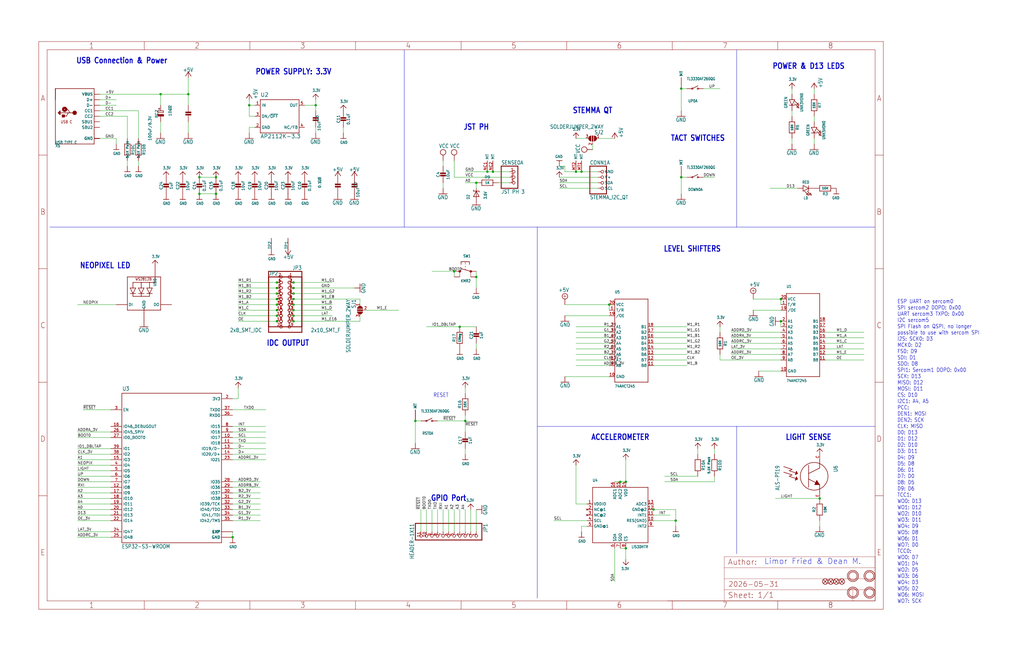
<source format=kicad_sch>
(kicad_sch (version 20231120) (generator "eeschema") (generator_version "8.0")
  (paper "User" 469.621 298.602)
  (junction (at 264.16 78.74))
  (junction (at 287.02 251.46))
  (junction (at 190.5 193.04))
  (junction (at 134.62 142.24))
  (junction (at 284.48 220.98))
  (junction (at 226.06 78.74))
  (junction (at 127 132.08))
  (junction (at 99.06 81.28))
  (junction (at 134.62 132.08))
  (junction (at 299.72 233.68))
  (junction (at 134.62 147.32))
  (junction (at 287.02 220.98))
  (junction (at 312.42 81.28))
  (junction (at 134.62 134.62))
  (junction (at 358.14 137.16))
  (junction (at 127 137.16))
  (junction (at 127 134.62))
  (junction (at 266.7 78.74))
  (junction (at 91.44 81.28))
  (junction (at 218.44 127))
  (junction (at 210.82 149.86))
  (junction (at 114.3 48.26))
  (junction (at 127 139.7))
  (junction (at 127 142.24))
  (junction (at 73.66 43.18))
  (junction (at 91.44 88.9))
  (junction (at 312.42 40.64))
  (junction (at 144.78 48.26))
  (junction (at 86.36 43.18))
  (junction (at 127 147.32))
  (junction (at 134.62 137.16))
  (junction (at 208.28 124.46))
  (junction (at 127 144.78))
  (junction (at 134.62 144.78))
  (junction (at 106.68 246.38))
  (junction (at 375.92 228.6))
  (junction (at 213.36 193.04))
  (junction (at 99.06 88.9))
  (junction (at 127 129.54))
  (junction (at 218.44 83.82))
  (junction (at 279.4 139.7))
  (junction (at 223.52 78.74))
  (junction (at 309.88 238.76))
  (junction (at 134.62 139.7))
  (junction (at 358.14 147.32))
  (junction (at 134.62 129.54))
  (wire (pts (xy 373.38 43.18) (xy 373.38 40.64)) (stroke (width 0.1524)))
  (wire (pts (xy 195.58 233.68) (xy 195.58 243.84)) (stroke (width 0.1524)))
  (wire (pts (xy 127 139.7) (xy 109.22 139.7)) (stroke (width 0.1524)))
  (wire (pts (xy 114.3 53.34) (xy 114.3 48.26)) (stroke (width 0.1524)))
  (wire (pts (xy 213.36 198.12) (xy 213.36 193.04)) (stroke (width 0.1524)))
  (wire (pts (xy 152.4 134.62) (xy 134.62 134.62)) (stroke (width 0.1524)))
  (wire (pts (xy 259.08 76.2) (xy 256.54 76.2)) (stroke (width 0.1524)))
  (wire (pts (xy 58.42 53.34) (xy 58.42 63.5)) (stroke (width 0.1524)))
  (wire (pts (xy 152.4 129.54) (xy 134.62 129.54)) (stroke (width 0.1524)))
  (polyline (pts (xy 337.82 195.58) (xy 246.38 195.58)) (stroke (width 0.1524) (type solid)))
  (wire (pts (xy 213.36 177.8) (xy 213.36 180.34)) (stroke (width 0.1524)))
  (polyline (pts (xy 337.82 22.86) (xy 337.82 104.14)) (stroke (width 0.1524) (type solid)))
  (wire (pts (xy 304.8 220.98) (xy 327.66 220.98)) (stroke (width 0.1524)))
  (wire (pts (xy 259.08 172.72) (xy 279.4 172.72)) (stroke (width 0.1524)))
  (wire (pts (xy 203.2 76.2) (xy 203.2 73.66)) (stroke (width 0.1524)))
  (wire (pts (xy 363.22 53.34) (xy 363.22 50.8)) (stroke (width 0.1524)))
  (wire (pts (xy 190.5 193.04) (xy 193.04 193.04)) (stroke (width 0.1524)))
  (wire (pts (xy 279.4 142.24) (xy 279.4 139.7)) (stroke (width 0.1524)))
  (wire (pts (xy 50.8 215.9) (xy 35.56 215.9)) (stroke (width 0.1524)))
  (wire (pts (xy 134.62 137.16) (xy 165.1 137.16)) (stroke (width 0.1524)))
  (wire (pts (xy 193.04 243.84) (xy 193.04 233.68)) (stroke (width 0.1524)))
  (wire (pts (xy 109.22 142.24) (xy 127 142.24)) (stroke (width 0.1524)))
  (wire (pts (xy 50.8 226.06) (xy 35.56 226.06)) (stroke (width 0.1524)))
  (wire (pts (xy 314.96 157.48) (xy 299.72 157.48)) (stroke (width 0.1524)))
  (wire (pts (xy 309.88 238.76) (xy 309.88 241.3)) (stroke (width 0.1524)))
  (wire (pts (xy 106.68 208.28) (xy 121.92 208.28)) (stroke (width 0.1524)))
  (wire (pts (xy 200.66 233.68) (xy 200.66 243.84)) (stroke (width 0.1524)))
  (wire (pts (xy 200.66 193.04) (xy 213.36 193.04)) (stroke (width 0.1524)))
  (wire (pts (xy 358.14 162.56) (xy 335.28 162.56)) (stroke (width 0.1524)))
  (wire (pts (xy 119.38 233.68) (xy 106.68 233.68)) (stroke (width 0.1524)))
  (wire (pts (xy 314.96 154.94) (xy 299.72 154.94)) (stroke (width 0.1524)))
  (wire (pts (xy 109.22 132.08) (xy 127 132.08)) (stroke (width 0.1524)))
  (wire (pts (xy 375.92 238.76) (xy 375.92 241.3)) (stroke (width 0.1524)))
  (wire (pts (xy 114.3 48.26) (xy 116.84 48.26)) (stroke (width 0.1524)))
  (wire (pts (xy 312.42 81.28) (xy 312.42 88.9)) (stroke (width 0.1524)))
  (wire (pts (xy 304.8 218.44) (xy 320.04 218.44)) (stroke (width 0.1524)))
  (polyline (pts (xy 246.38 274.32) (xy 246.38 195.58)) (stroke (width 0.1524) (type solid)))
  (polyline (pts (xy 337.82 104.14) (xy 246.38 104.14)) (stroke (width 0.1524) (type solid)))
  (wire (pts (xy 279.4 165.1) (xy 264.16 165.1)) (stroke (width 0.1524)))
  (wire (pts (xy 63.5 50.8) (xy 63.5 63.5)) (stroke (width 0.1524)))
  (wire (pts (xy 299.72 149.86) (xy 314.96 149.86)) (stroke (width 0.1524)))
  (wire (pts (xy 274.32 63.5) (xy 281.94 63.5)) (stroke (width 0.1524)))
  (wire (pts (xy 50.8 238.76) (xy 35.56 238.76)) (stroke (width 0.1524)))
  (wire (pts (xy 218.44 160.02) (xy 218.44 157.48)) (stroke (width 0.1524)))
  (wire (pts (xy 299.72 233.68) (xy 309.88 233.68)) (stroke (width 0.1524)))
  (wire (pts (xy 106.68 238.76) (xy 119.38 238.76)) (stroke (width 0.1524)))
  (wire (pts (xy 106.68 243.84) (xy 106.68 246.38)) (stroke (width 0.1524)))
  (wire (pts (xy 299.72 238.76) (xy 309.88 238.76)) (stroke (width 0.1524)))
  (wire (pts (xy 86.36 55.88) (xy 86.36 60.96)) (stroke (width 0.1524)))
  (wire (pts (xy 213.36 243.84) (xy 213.36 233.68)) (stroke (width 0.1524)))
  (wire (pts (xy 127 129.54) (xy 109.22 129.54)) (stroke (width 0.1524)))
  (wire (pts (xy 134.62 132.08) (xy 162.56 132.08)) (stroke (width 0.1524)))
  (wire (pts (xy 327.66 205.74) (xy 327.66 208.28)) (stroke (width 0.1524)))
  (wire (pts (xy 134.62 147.32) (xy 165.1 147.32)) (stroke (width 0.1524)))
  (wire (pts (xy 213.36 208.28) (xy 213.36 205.74)) (stroke (width 0.1524)))
  (wire (pts (xy 208.28 81.28) (xy 233.68 81.28)) (stroke (width 0.1524)))
  (wire (pts (xy 45.72 48.26) (xy 53.34 48.26)) (stroke (width 0.1524)))
  (wire (pts (xy 264.16 78.74) (xy 259.08 78.74)) (stroke (width 0.1524)))
  (wire (pts (xy 335.28 157.48) (xy 358.14 157.48)) (stroke (width 0.1524)))
  (wire (pts (xy 363.22 40.64) (xy 363.22 43.18)) (stroke (width 0.1524)))
  (wire (pts (xy 106.68 210.82) (xy 121.92 210.82)) (stroke (width 0.1524)))
  (wire (pts (xy 50.8 223.52) (xy 35.56 223.52)) (stroke (width 0.1524)))
  (wire (pts (xy 396.24 154.94) (xy 378.46 154.94)) (stroke (width 0.1524)))
  (wire (pts (xy 279.4 149.86) (xy 264.16 149.86)) (stroke (width 0.1524)))
  (wire (pts (xy 378.46 162.56) (xy 396.24 162.56)) (stroke (width 0.1524)))
  (wire (pts (xy 299.72 236.22) (xy 307.34 236.22)) (stroke (width 0.1524)))
  (wire (pts (xy 281.94 220.98) (xy 284.48 220.98)) (stroke (width 0.1524)))
  (wire (pts (xy 203.2 243.84) (xy 203.2 233.68)) (stroke (width 0.1524)))
  (wire (pts (xy 358.14 152.4) (xy 335.28 152.4)) (stroke (width 0.1524)))
  (wire (pts (xy 259.08 144.78) (xy 279.4 144.78)) (stroke (width 0.1524)))
  (wire (pts (xy 314.96 40.64) (xy 312.42 40.64)) (stroke (width 0.1524)))
  (wire (pts (xy 287.02 251.46) (xy 287.02 256.54)) (stroke (width 0.1524)))
  (wire (pts (xy 269.24 238.76) (xy 254 238.76)) (stroke (width 0.1524)))
  (wire (pts (xy 353.06 86.36) (xy 365.76 86.36)) (stroke (width 0.1524)))
  (wire (pts (xy 144.78 48.26) (xy 144.78 50.8)) (stroke (width 0.1524)))
  (polyline (pts (xy 22.86 104.14) (xy 185.42 104.14)) (stroke (width 0.1524) (type solid)))
  (wire (pts (xy 322.58 40.64) (xy 330.2 40.64)) (stroke (width 0.1524)))
  (wire (pts (xy 279.4 160.02) (xy 264.16 160.02)) (stroke (width 0.1524)))
  (wire (pts (xy 358.14 154.94) (xy 335.28 154.94)) (stroke (width 0.1524)))
  (wire (pts (xy 299.72 160.02) (xy 314.96 160.02)) (stroke (width 0.1524)))
  (wire (pts (xy 266.7 78.74) (xy 264.16 78.74)) (stroke (width 0.1524)))
  (wire (pts (xy 50.8 208.28) (xy 35.56 208.28)) (stroke (width 0.1524)))
  (polyline (pts (xy 337.82 195.58) (xy 337.82 254)) (stroke (width 0.1524) (type solid)))
  (wire (pts (xy 208.28 81.28) (xy 208.28 73.66)) (stroke (width 0.1524)))
  (wire (pts (xy 218.44 243.84) (xy 218.44 233.68)) (stroke (width 0.1524)))
  (wire (pts (xy 373.38 66.04) (xy 373.38 63.5)) (stroke (width 0.1524)))
  (wire (pts (xy 208.28 124.46) (xy 208.28 127)) (stroke (width 0.1524)))
  (wire (pts (xy 106.68 223.52) (xy 119.38 223.52)) (stroke (width 0.1524)))
  (wire (pts (xy 269.24 241.3) (xy 266.7 241.3)) (stroke (width 0.1524)))
  (wire (pts (xy 274.32 78.74) (xy 266.7 78.74)) (stroke (width 0.1524)))
  (wire (pts (xy 152.4 139.7) (xy 134.62 139.7)) (stroke (width 0.1524)))
  (wire (pts (xy 106.68 205.74) (xy 121.92 205.74)) (stroke (width 0.1524)))
  (wire (pts (xy 345.44 142.24) (xy 358.14 142.24)) (stroke (width 0.1524)))
  (wire (pts (xy 106.68 236.22) (xy 119.38 236.22)) (stroke (width 0.1524)))
  (polyline (pts (xy 185.42 104.14) (xy 185.42 22.86)) (stroke (width 0.1524) (type solid)))
  (wire (pts (xy 50.8 236.22) (xy 35.56 236.22)) (stroke (width 0.1524)))
  (wire (pts (xy 53.34 63.5) (xy 53.34 66.04)) (stroke (width 0.1524)))
  (polyline (pts (xy 246.38 195.58) (xy 246.38 104.14)) (stroke (width 0.1524) (type solid)))
  (wire (pts (xy 218.44 127) (xy 218.44 132.08)) (stroke (width 0.1524)))
  (wire (pts (xy 210.82 243.84) (xy 210.82 233.68)) (stroke (width 0.1524)))
  (wire (pts (xy 358.14 147.32) (xy 358.14 149.86)) (stroke (width 0.1524)))
  (wire (pts (xy 284.48 251.46) (xy 287.02 251.46)) (stroke (width 0.1524)))
  (wire (pts (xy 205.74 243.84) (xy 205.74 233.68)) (stroke (width 0.1524)))
  (polyline (pts (xy 337.82 104.14) (xy 401.32 104.14)) (stroke (width 0.1524) (type solid)))
  (wire (pts (xy 363.22 63.5) (xy 363.22 66.04)) (stroke (width 0.1524)))
  (wire (pts (xy 114.3 45.72) (xy 114.3 48.26)) (stroke (width 0.1524)))
  (wire (pts (xy 218.44 83.82) (xy 213.36 83.82)) (stroke (width 0.1524)))
  (wire (pts (xy 86.36 43.18) (xy 86.36 35.56)) (stroke (width 0.1524)))
  (wire (pts (xy 50.8 205.74) (xy 35.56 205.74)) (stroke (width 0.1524)))
  (wire (pts (xy 314.96 162.56) (xy 299.72 162.56)) (stroke (width 0.1524)))
  (wire (pts (xy 144.78 58.42) (xy 144.78 60.96)) (stroke (width 0.1524)))
  (wire (pts (xy 106.68 228.6) (xy 119.38 228.6)) (stroke (width 0.1524)))
  (wire (pts (xy 312.42 40.64) (xy 312.42 50.8)) (stroke (width 0.1524)))
  (wire (pts (xy 91.44 88.9) (xy 99.06 88.9)) (stroke (width 0.1524)))
  (wire (pts (xy 106.68 195.58) (xy 121.92 195.58)) (stroke (width 0.1524)))
  (wire (pts (xy 109.22 137.16) (xy 127 137.16)) (stroke (width 0.1524)))
  (wire (pts (xy 218.44 149.86) (xy 210.82 149.86)) (stroke (width 0.1524)))
  (wire (pts (xy 279.4 154.94) (xy 264.16 154.94)) (stroke (width 0.1524)))
  (wire (pts (xy 50.8 218.44) (xy 35.56 218.44)) (stroke (width 0.1524)))
  (wire (pts (xy 320.04 208.28) (xy 320.04 205.74)) (stroke (width 0.1524)))
  (wire (pts (xy 63.5 76.2) (xy 63.5 73.66)) (stroke (width 0.1524)))
  (wire (pts (xy 279.4 167.64) (xy 264.16 167.64)) (stroke (width 0.1524)))
  (wire (pts (xy 203.2 86.36) (xy 203.2 83.82)) (stroke (width 0.1524)))
  (wire (pts (xy 287.02 220.98) (xy 287.02 210.82)) (stroke (width 0.1524)))
  (wire (pts (xy 233.68 78.74) (xy 226.06 78.74)) (stroke (width 0.1524)))
  (wire (pts (xy 106.68 198.12) (xy 121.92 198.12)) (stroke (width 0.1524)))
  (wire (pts (xy 53.34 63.5) (xy 45.72 63.5)) (stroke (width 0.1524)))
  (wire (pts (xy 50.8 243.84) (xy 35.56 243.84)) (stroke (width 0.1524)))
  (wire (pts (xy 274.32 83.82) (xy 256.54 83.82)) (stroke (width 0.1524)))
  (wire (pts (xy 73.66 55.88) (xy 73.66 60.96)) (stroke (width 0.1524)))
  (wire (pts (xy 269.24 63.5) (xy 264.16 63.5)) (stroke (width 0.1524)))
  (wire (pts (xy 45.72 45.72) (xy 53.34 45.72)) (stroke (width 0.1524)))
  (wire (pts (xy 208.28 124.46) (xy 198.12 124.46)) (stroke (width 0.1524)))
  (wire (pts (xy 116.84 58.42) (xy 114.3 58.42)) (stroke (width 0.1524)))
  (wire (pts (xy 330.2 152.4) (xy 330.2 149.86)) (stroke (width 0.1524)))
  (wire (pts (xy 259.08 139.7) (xy 279.4 139.7)) (stroke (width 0.1524)))
  (wire (pts (xy 256.54 86.36) (xy 274.32 86.36)) (stroke (width 0.1524)))
  (wire (pts (xy 279.4 157.48) (xy 264.16 157.48)) (stroke (width 0.1524)))
  (wire (pts (xy 134.62 142.24) (xy 152.4 142.24)) (stroke (width 0.1524)))
  (polyline (pts (xy 246.38 104.14) (xy 185.42 104.14)) (stroke (width 0.1524) (type solid)))
  (wire (pts (xy 373.38 55.88) (xy 373.38 53.34)) (stroke (width 0.1524)))
  (wire (pts (xy 190.5 193.04) (xy 190.5 203.2)) (stroke (width 0.1524)))
  (wire (pts (xy 218.44 86.36) (xy 218.44 83.82)) (stroke (width 0.1524)))
  (wire (pts (xy 208.28 243.84) (xy 208.28 233.68)) (stroke (width 0.1524)))
  (wire (pts (xy 264.16 162.56) (xy 279.4 162.56)) (stroke (width 0.1524)))
  (wire (pts (xy 218.44 124.46) (xy 218.44 127)) (stroke (width 0.1524)))
  (polyline (pts (xy 401.32 195.58) (xy 337.82 195.58)) (stroke (width 0.1524) (type solid)))
  (wire (pts (xy 256.54 81.28) (xy 274.32 81.28)) (stroke (width 0.1524)))
  (wire (pts (xy 152.4 144.78) (xy 134.62 144.78)) (stroke (width 0.1524)))
  (wire (pts (xy 198.12 243.84) (xy 198.12 233.68)) (stroke (width 0.1524)))
  (wire (pts (xy 327.66 220.98) (xy 327.66 218.44)) (stroke (width 0.1524)))
  (wire (pts (xy 139.7 48.26) (xy 144.78 48.26)) (stroke (width 0.1524)))
  (wire (pts (xy 106.68 203.2) (xy 121.92 203.2)) (stroke (width 0.1524)))
  (wire (pts (xy 50.8 231.14) (xy 35.56 231.14)) (stroke (width 0.1524)))
  (wire (pts (xy 358.14 139.7) (xy 358.14 137.16)) (stroke (width 0.1524)))
  (wire (pts (xy 322.58 81.28) (xy 327.66 81.28)) (stroke (width 0.1524)))
  (wire (pts (xy 167.64 142.24) (xy 182.88 142.24)) (stroke (width 0.1524)))
  (wire (pts (xy 50.8 210.82) (xy 35.56 210.82)) (stroke (width 0.1524)))
  (wire (pts (xy 45.72 43.18) (xy 73.66 43.18)) (stroke (width 0.1524)))
  (wire (pts (xy 378.46 165.1) (xy 396.24 165.1)) (stroke (width 0.1524)))
  (wire (pts (xy 127 134.62) (xy 109.22 134.62)) (stroke (width 0.1524)))
  (wire (pts (xy 114.3 58.42) (xy 114.3 60.96)) (stroke (width 0.1524)))
  (wire (pts (xy 50.8 200.66) (xy 35.56 200.66)) (stroke (width 0.1524)))
  (wire (pts (xy 213.36 193.04) (xy 213.36 190.5)) (stroke (width 0.1524)))
  (wire (pts (xy 53.34 139.7) (xy 35.56 139.7)) (stroke (width 0.1524)))
  (wire (pts (xy 378.46 157.48) (xy 396.24 157.48)) (stroke (width 0.1524)))
  (wire (pts (xy 233.68 83.82) (xy 228.6 83.82)) (stroke (width 0.1524)))
  (wire (pts (xy 314.96 152.4) (xy 299.72 152.4)) (stroke (width 0.1524)))
  (wire (pts (xy 210.82 149.86) (xy 195.58 149.86)) (stroke (width 0.1524)))
  (wire (pts (xy 35.56 233.68) (xy 50.8 233.68)) (stroke (width 0.1524)))
  (wire (pts (xy 266.7 241.3) (xy 266.7 243.84)) (stroke (width 0.1524)))
  (wire (pts (xy 86.36 43.18) (xy 86.36 48.26)) (stroke (width 0.1524)))
  (wire (pts (xy 284.48 220.98) (xy 287.02 220.98)) (stroke (width 0.1524)))
  (wire (pts (xy 73.66 43.18) (xy 73.66 48.26)) (stroke (width 0.1524)))
  (wire (pts (xy 299.72 165.1) (xy 314.96 165.1)) (stroke (width 0.1524)))
  (wire (pts (xy 271.78 68.58) (xy 271.78 66.04)) (stroke (width 0.1524)))
  (wire (pts (xy 165.1 137.16) (xy 165.1 139.7)) (stroke (width 0.1524)))
  (wire (pts (xy 358.14 165.1) (xy 330.2 165.1)) (stroke (width 0.1524)))
  (wire (pts (xy 50.8 220.98) (xy 35.56 220.98)) (stroke (width 0.1524)))
  (wire (pts (xy 106.68 182.88) (xy 109.22 182.88)) (stroke (width 0.1524)))
  (wire (pts (xy 157.48 60.96) (xy 157.48 58.42)) (stroke (width 0.1524)))
  (wire (pts (xy 223.52 78.74) (xy 213.36 78.74)) (stroke (width 0.1524)))
  (wire (pts (xy 309.88 233.68) (xy 309.88 238.76)) (stroke (width 0.1524)))
  (wire (pts (xy 45.72 50.8) (xy 63.5 50.8)) (stroke (width 0.1524)))
  (wire (pts (xy 335.28 160.02) (xy 358.14 160.02)) (stroke (width 0.1524)))
  (wire (pts (xy 109.22 182.88) (xy 109.22 177.8)) (stroke (width 0.1524)))
  (wire (pts (xy 378.46 152.4) (xy 396.24 152.4)) (stroke (width 0.1524)))
  (wire (pts (xy 299.72 231.14) (xy 299.72 233.68)) (stroke (width 0.1524)))
  (wire (pts (xy 215.9 243.84) (xy 215.9 233.68)) (stroke (width 0.1524)))
  (wire (pts (xy 396.24 160.02) (xy 378.46 160.02)) (stroke (width 0.1524)))
  (wire (pts (xy 45.72 53.34) (xy 58.42 53.34)) (stroke (width 0.1524)))
  (wire (pts (xy 119.38 231.14) (xy 106.68 231.14)) (stroke (width 0.1524)))
  (wire (pts (xy 73.66 43.18) (xy 86.36 43.18)) (stroke (width 0.1524)))
  (wire (pts (xy 106.68 200.66) (xy 121.92 200.66)) (stroke (width 0.1524)))
  (wire (pts (xy 345.44 137.16) (xy 358.14 137.16)) (stroke (width 0.1524)))
  (wire (pts (xy 127 144.78) (xy 109.22 144.78)) (stroke (width 0.1524)))
  (wire (pts (xy 264.16 152.4) (xy 279.4 152.4)) (stroke (width 0.1524)))
  (wire (pts (xy 375.92 228.6) (xy 355.6 228.6)) (stroke (width 0.1524)))
  (wire (pts (xy 314.96 167.64) (xy 299.72 167.64)) (stroke (width 0.1524)))
  (wire (pts (xy 226.06 78.74) (xy 223.52 78.74)) (stroke (width 0.1524)))
  (wire (pts (xy 259.08 78.74) (xy 259.08 76.2)) (stroke (width 0.1524)))
  (wire (pts (xy 99.06 81.28) (xy 91.44 81.28)) (stroke (width 0.1524)))
  (wire (pts (xy 109.22 147.32) (xy 127 147.32)) (stroke (width 0.1524)))
  (wire (pts (xy 106.68 187.96) (xy 121.92 187.96)) (stroke (width 0.1524)))
  (wire (pts (xy 330.2 165.1) (xy 330.2 162.56)) (stroke (width 0.1524)))
  (wire (pts (xy 50.8 187.96) (xy 38.1 187.96)) (stroke (width 0.1524)))
  (wire (pts (xy 269.24 231.14) (xy 264.16 231.14)) (stroke (width 0.1524)))
  (wire (pts (xy 347.98 170.18) (xy 358.14 170.18)) (stroke (width 0.1524)))
  (wire (pts (xy 314.96 81.28) (xy 312.42 81.28)) (stroke (width 0.1524)))
  (wire (pts (xy 116.84 53.34) (xy 114.3 53.34)) (stroke (width 0.1524)))
  (wire (pts (xy 50.8 246.38) (xy 35.56 246.38)) (stroke (width 0.1524)))
  (wire (pts (xy 106.68 226.06) (xy 119.38 226.06)) (stroke (width 0.1524)))
  (wire (pts (xy 264.16 231.14) (xy 264.16 213.36)) (stroke (width 0.1524)))
  (wire (pts (xy 35.56 213.36) (xy 50.8 213.36)) (stroke (width 0.1524)))
  (wire (pts (xy 144.78 45.72) (xy 144.78 48.26)) (stroke (width 0.1524)))
  (wire (pts (xy 106.68 220.98) (xy 119.38 220.98)) (stroke (width 0.1524)))
  (wire (pts (xy 165.1 144.78) (xy 165.1 147.32)) (stroke (width 0.1524)))
  (wire (pts (xy 281.94 251.46) (xy 281.94 266.7)) (stroke (width 0.1524)))
  (wire (pts (xy 35.56 228.6) (xy 50.8 228.6)) (stroke (width 0.1524)))
  (wire (pts (xy 50.8 198.12) (xy 35.56 198.12)) (stroke (width 0.1524)))
  (wire (pts (xy 58.42 73.66) (xy 58.42 76.2)) (stroke (width 0.1524)))
  (text "LIGHT SENSE" (at 370.84 200.66 0) (effects (font (size 2.54 2.159) (thickness 0.4318) (bold yes))))
  (text "TACT SWITCHES" (at 320.04 63.5 0) (effects (font (size 2.54 2.159) (thickness 0.4318) (bold yes))))
  (text "ESP UART on sercom0\nSPI sercom2 DOPO: 0x00\nUART sercom3 TXPO: 0x00\nI2C sercom5\nSPI Flash on QSPI, no longer\npossible to use with sercom SPI\nI2S: SCK0: D3\nMCK0: D2\nFS0: D9\nSDI: D1\nSDO: D8\nSPI1: Sercom1 DOPO: 0x00\nSCK: D13\nMISO: D12\nMOSI: D11\nCS: D10\nI2C1: A4, A5\nPCC:\nDEN1: MOSI\nDEN2: SCK\nCLK: MISO\nD0: D13\nD1: D12\nD2: D10\nD3: D11\nD4: D9\nD5: D8\nD6: D1\nD7: D0\nD8: D5\nD9: D6\nTCC1:\nWO0: D13\nWO1: D12\nWO2: D10\nWO3: D11\nWO4: D9\nWO5: D8\nWO6: D1\nWO7: D0\nTCC0:\nWO0: D7\nWO1: D4\nWO2: D5\nWO3: D6\nWO4: D3\nWO5: D2\nWO6: MOSI\nWO7: SCK\n" (at 411.48 276.86 0) (effects (font (size 1.778 1.5113)) (justify left bottom)))
  (text "GPIO Port" (at 205.74 228.6 0) (effects (font (size 2.54 2.159) (thickness 0.4318) (bold yes))))
  (text "RESET" (at 205.74 180.34 0) (effects (font (size 1.778 1.5113)) (justify right top)))
  (text "JST PH" (at 218.44 58.42 0) (effects (font (size 2.54 2.159) (thickness 0.4318) (bold yes))))
  (text "Limor Fried & Dean M." (at 350.52 259.08 0) (effects (font (size 2.54 2.54)) (justify left bottom)))
  (text "IDC OUTPUT" (at 132.08 157.48 0) (effects (font (size 2.54 2.159) (thickness 0.4318) (bold yes))))
  (text "LEVEL SHIFTERS" (at 317.5 114.3 0) (effects (font (size 2.54 2.159) (thickness 0.4318) (bold yes))))
  (text "NEOPIXEL LED" (at 48.26 121.92 0) (effects (font (size 2.54 2.159) (thickness 0.4318) (bold yes))))
  (text "USB Connection & Power" (at 55.88 27.94 0) (effects (font (size 2.54 2.159) (thickness 0.4318) (bold yes))))
  (text "POWER & D13 LEDS" (at 370.84 30.48 0) (effects (font (size 2.54 2.159) (thickness 0.4318) (bold yes))))
  (text "ACCELEROMETER" (at 284.48 200.66 0) (effects (font (size 2.54 2.159) (thickness 0.4318) (bold yes))))
  (text "POWER SUPPLY: 3.3V" (at 134.62 33.02 0) (effects (font (size 2.54 2.159) (thickness 0.4318) (bold yes))))
  (text "STEMMA QT" (at 271.78 50.8 0) (effects (font (size 2.54 2.159) (thickness 0.4318) (bold yes))))
  (label "A1" (at 35.56 210.82 0) (effects (font (size 1.2446 1.2446))))
  (label "IO1_DBLTAP" (at 35.56 205.74 0) (effects (font (size 1.2446 1.2446))))
  (label "TXO" (at 109.22 203.2 0) (effects (font (size 1.2446 1.2446))))
  (label "GND" (at 48.26 63.5 0) (effects (font (size 1.2446 1.2446))))
  (label "GND" (at 147.32 132.08 0) (effects (font (size 1.2446 1.2446))))
  (label "ADDRB_3V" (at 276.86 167.64 0) (effects (font (size 1.2446 1.2446))))
  (label "SDA" (at 256.54 83.82 0) (effects (font (size 1.2446 1.2446))))
  (label "D+" (at 48.26 45.72 0) (effects (font (size 1.2446 1.2446))))
  (label "OE" (at 383.54 165.1 0) (effects (font (size 1.2446 1.2446))))
  (label "R2_3V" (at 276.86 160.02 0) (effects (font (size 1.2446 1.2446))))
  (label "LAT_3V" (at 335.28 160.02 0) (effects (font (size 1.2446 1.2446))))
  (label "M1_C" (at 383.54 157.48 0) (effects (font (size 1.2446 1.2446))))
  (label "A0" (at 35.56 233.68 0) (effects (font (size 1.2446 1.2446))))
  (label "M1_B2" (at 314.96 162.56 0) (effects (font (size 1.2446 1.2446))))
  (label "CLK_3V" (at 276.86 165.1 0) (effects (font (size 1.2446 1.2446))))
  (label "M1_G2" (at 314.96 157.48 0) (effects (font (size 1.2446 1.2446))))
  (label "M1_D" (at 147.32 142.24 0) (effects (font (size 1.2446 1.2446))))
  (label "A4" (at 35.56 231.14 0) (effects (font (size 1.2446 1.2446))))
  (label "IO1_DBLTAP" (at 198.12 149.86 0) (effects (font (size 1.2446 1.2446))))
  (label "M1_D" (at 383.54 152.4 0) (effects (font (size 1.2446 1.2446))))
  (label "M1_B" (at 314.96 167.64 0) (effects (font (size 1.2446 1.2446))))
  (label "M1_R1" (at 314.96 149.86 0) (effects (font (size 1.2446 1.2446))))
  (label "G1_3V" (at 276.86 152.4 0) (effects (font (size 1.2446 1.2446))))
  (label "CC2" (at 48.26 53.34 0) (effects (font (size 1.2446 1.2446))))
  (label "BOOT0" (at 205.74 124.46 0) (effects (font (size 1.2446 1.2446))))
  (label "SCL" (at 307.34 218.44 0) (effects (font (size 1.2446 1.2446))))
  (label "NEOPIX" (at 35.56 213.36 0) (effects (font (size 1.2446 1.2446))))
  (label "RXI" (at 35.56 223.52 0) (effects (font (size 1.2446 1.2446))))
  (label "RXI" (at 203.2 233.68 90) (effects (font (size 1.2446 1.2446))))
  (label "M1_E" (at 383.54 162.56 0) (effects (font (size 1.2446 1.2446))))
  (label "M1_G1" (at 147.32 129.54 0) (effects (font (size 1.2446 1.2446))))
  (label "M1_B" (at 147.32 139.7 0) (effects (font (size 1.2446 1.2446))))
  (label "CC1" (at 48.26 50.8 0) (effects (font (size 1.2446 1.2446))))
  (label "M1_E16" (at 147.32 147.32 0) (effects (font (size 1.2446 1.2446))))
  (label "INT" (at 302.26 236.22 0) (effects (font (size 1.2446 1.2446))))
  (label "SCL" (at 109.22 200.66 0) (effects (font (size 1.2446 1.2446))))
  (label "M1_A" (at 109.22 139.7 0) (effects (font (size 1.2446 1.2446))))
  (label "M1_A" (at 383.54 154.94 0) (effects (font (size 1.2446 1.2446))))
  (label "G1_3V" (at 109.22 236.22 0) (effects (font (size 1.2446 1.2446))))
  (label "CLK" (at 109.22 144.78 0) (effects (font (size 1.2446 1.2446))))
  (label "LIGHT" (at 358.14 228.6 0) (effects (font (size 1.2446 1.2446))))
  (label "TXO" (at 200.66 233.68 90) (effects (font (size 1.2446 1.2446))))
  (label "A1" (at 205.74 233.68 90) (effects (font (size 1.2446 1.2446))))
  (label "OE_3V" (at 35.56 238.76 0) (effects (font (size 1.2446 1.2446))))
  (label "DOWN" (at 35.56 220.98 0) (effects (font (size 1.2446 1.2446))))
  (label "~{RESET}" (at 203.2 193.04 0) (effects (font (size 1.2446 1.2446))))
  (label "VCC" (at 213.36 81.28 0) (effects (font (size 1.2446 1.2446))))
  (label "CLK_3V" (at 35.56 208.28 0) (effects (font (size 1.2446 1.2446))))
  (label "CLK" (at 314.96 165.1 0) (effects (font (size 1.2446 1.2446))))
  (label "TXD0" (at 111.76 187.96 0) (effects (font (size 1.2446 1.2446))))
  (label "A3" (at 35.56 228.6 0) (effects (font (size 1.2446 1.2446))))
  (label "LAT" (at 383.54 160.02 0) (effects (font (size 1.2446 1.2446))))
  (label "ADDRD_3V" (at 109.22 220.98 0) (effects (font (size 1.2446 1.2446))))
  (label "D-" (at 109.22 205.74 0) (effects (font (size 1.2446 1.2446))))
  (label "LAT_3V" (at 35.56 243.84 0) (effects (font (size 1.2446 1.2446))))
  (label "ADDRB_3V" (at 109.22 223.52 0) (effects (font (size 1.2446 1.2446))))
  (label "M1_B1" (at 109.22 132.08 0) (effects (font (size 1.2446 1.2446))))
  (label "OE" (at 109.22 147.32 0) (effects (font (size 1.2446 1.2446))))
  (label "M1_B2" (at 109.22 137.16 0) (effects (font (size 1.2446 1.2446))))
  (label "M1_B1" (at 314.96 154.94 0) (effects (font (size 1.2446 1.2446))))
  (label "TXD0" (at 198.12 233.68 90) (effects (font (size 1.2446 1.2446))))
  (label "ADDRE_3V" (at 335.28 162.56 0) (effects (font (size 1.2446 1.2446))))
  (label "M1_E" (at 172.72 142.24 0) (effects (font (size 1.2446 1.2446))))
  (label "M1_G1" (at 314.96 152.4 0) (effects (font (size 1.2446 1.2446))))
  (label "ADDRC_3V" (at 35.56 246.38 0) (effects (font (size 1.2446 1.2446))))
  (label "SCL" (at 256.54 86.36 0) (effects (font (size 1.2446 1.2446))))
  (label "SDA" (at 307.34 220.98 0) (effects (font (size 1.2446 1.2446))))
  (label "G2_3V" (at 109.22 231.14 0) (effects (font (size 1.2446 1.2446))))
  (label "ADDRD_3V" (at 335.28 152.4 0) (effects (font (size 1.2446 1.2446))))
  (label "D-" (at 48.26 48.26 0) (effects (font (size 1.2446 1.2446))))
  (label "R2_3V" (at 109.22 228.6 0) (effects (font (size 1.2446 1.2446))))
  (label "DOWN" (at 322.58 81.28 0) (effects (font (size 1.2446 1.2446))))
  (label "B1_3V" (at 109.22 233.68 0) (effects (font (size 1.2446 1.2446))))
  (label "INT" (at 109.22 195.58 0) (effects (font (size 1.2446 1.2446))))
  (label "M1_G2" (at 147.32 134.62 0) (effects (font (size 1.2446 1.2446))))
  (label "R1_3V" (at 109.22 238.76 0) (effects (font (size 1.2446 1.2446))))
  (label "M1_C" (at 109.22 142.24 0) (effects (font (size 1.2446 1.2446))))
  (label "D13" (at 360.68 86.36 0) (effects (font (size 1.2446 1.2446))))
  (label "M1_R2" (at 314.96 160.02 0) (effects (font (size 1.2446 1.2446))))
  (label "LAT" (at 147.32 144.78 0) (effects (font (size 1.2446 1.2446))))
  (label "+5V" (at 48.26 43.18 0) (effects (font (size 1.2446 1.2446))))
  (label "ADDRA_3V" (at 335.28 154.94 0) (effects (font (size 1.2446 1.2446))))
  (label "G2_3V" (at 276.86 157.48 0) (effects (font (size 1.2446 1.2446))))
  (label "A2" (at 208.28 233.68 90) (effects (font (size 1.2446 1.2446))))
  (label "A4" (at 213.36 233.68 90) (effects (font (size 1.2446 1.2446))))
  (label "R1_3V" (at 276.86 149.86 0) (effects (font (size 1.2446 1.2446))))
  (label "UP" (at 325.12 40.64 0) (effects (font (size 1.2446 1.2446))))
  (label "BOOT0" (at 35.56 200.66 0) (effects (font (size 1.2446 1.2446))))
  (label "A2" (at 35.56 226.06 0) (effects (font (size 1.2446 1.2446))))
  (label "SCL" (at 254 238.76 0) (effects (font (size 1.2446 1.2446))))
  (label "SDA" (at 109.22 198.12 0) (effects (font (size 1.2446 1.2446))))
  (label "ADDRC_3V" (at 335.28 157.48 0) (effects (font (size 1.2446 1.2446))))
  (label "SDA" (at 281.94 266.7 90) (effects (font (size 1.2446 1.2446))))
  (label "D+" (at 109.22 208.28 0) (effects (font (size 1.2446 1.2446))))
  (label "M1_R2" (at 109.22 134.62 0) (effects (font (size 1.2446 1.2446))))
  (label "OE_3V" (at 335.28 165.1 0) (effects (font (size 1.2446 1.2446))))
  (label "GND" (at 213.36 78.74 0) (effects (font (size 1.2446 1.2446))))
  (label "~{RESET}" (at 213.36 195.58 0) (effects (font (size 1.2446 1.2446))))
  (label "LIGHT" (at 35.56 215.9 0) (effects (font (size 1.2446 1.2446))))
  (label "BOOT0" (at 195.58 233.68 90) (effects (font (size 1.2446 1.2446))))
  (label "B2_3V" (at 109.22 226.06 0) (effects (font (size 1.2446 1.2446))))
  (label "ADDRA_3V" (at 35.56 198.12 0) (effects (font (size 1.2446 1.2446))))
  (label "~{RESET}" (at 38.1 187.96 0) (effects (font (size 1.2446 1.2446))))
  (label "D13" (at 35.56 236.22 0) (effects (font (size 1.2446 1.2446))))
  (label "M1_E8" (at 147.32 137.16 0) (effects (font (size 1.2446 1.2446))))
  (label "A0" (at 213.36 83.82 0) (effects (font (size 1.2446 1.2446))))
  (label "~{RESET}" (at 193.04 233.68 90) (effects (font (size 1.2446 1.2446))))
  (label "NEOPIX" (at 38.1 139.7 0) (effects (font (size 1.2446 1.2446))))
  (label "ADDRE_3V" (at 109.22 210.82 0) (effects (font (size 1.2446 1.2446))))
  (label "UP" (at 35.56 218.44 0) (effects (font (size 1.2446 1.2446))))
  (label "A3" (at 210.82 233.68 90) (effects (font (size 1.2446 1.2446))))
  (label "B1_3V" (at 276.86 154.94 0) (effects (font (size 1.2446 1.2446))))
  (label "M1_R1" (at 109.22 129.54 0) (effects (font (size 1.2446 1.2446))))
  (label "B2_3V" (at 276.86 162.56 0) (effects (font (size 1.2446 1.2446))))
  (symbol (lib_id "Adafruit MatrixPortal S3-eagle-import:supply1_GND") (at 73.66 63.5 0) (unit 1)
    (property "Reference" "#GND10" (effects (hide yes)))
    (property "Value" "GND" (at 71.12 66.04 0) (effects (font (size 1.778 1.5113)) (justify left bottom)))
  )
  (symbol (lib_id "Adafruit MatrixPortal S3-eagle-import:supply1_GND") (at 259.08 147.32 0) (mirror y) (unit 1)
    (property "Reference" "#GND13" (effects (hide yes)))
    (property "Value" "GND" (at 261.62 149.86 0) (effects (font (size 1.778 1.5113)) (justify left bottom)))
  )
  (symbol (lib_id "Adafruit MatrixPortal S3-eagle-import:microbuilder_3.3V") (at 109.22 175.26 0) (unit 1)
    (property "Reference" "#U$65" (effects (hide yes)))
    (property "Value" "3.3V" (at 107.696 174.244 0) (effects (font (size 1.27 1.0795)) (justify left bottom)))
  )
  (symbol (lib_id "Adafruit MatrixPortal S3-eagle-import:microbuilder_3.3V") (at 144.78 43.18 0) (unit 1)
    (property "Reference" "#U$2" (effects (hide yes)))
    (property "Value" "3.3V" (at 143.256 42.164 0) (effects (font (size 1.27 1.0795)) (justify left bottom)))
  )
  (symbol (lib_id "Adafruit MatrixPortal S3-eagle-import:microbuilder_CAP_CERAMIC0603_NO") (at 218.44 154.94 0) (unit 1)
    (property "Reference" "C21" (at 216.15 153.69 90))
    (property "Value" "1uF" (at 220.74 153.69 90))
    (property "Footprint" "Adafruit MatrixPortal S3:0603-NO" (effects (hide yes)))
  )
  (symbol (lib_id "Adafruit MatrixPortal S3-eagle-import:microbuilder_HEADER-1X11") (at 205.74 246.38 270) (unit 1)
    (property "Reference" "JP1" (at 221.615 240.03 0) (effects (font (size 1.778 1.5113)) (justify left bottom)))
    (property "Value" "HEADER-1X11" (at 187.96 240.03 0) (effects (font (size 1.778 1.5113)) (justify left bottom)))
    (property "Footprint" "Adafruit MatrixPortal S3:1X11_ROUND" (effects (hide yes)))
  )
  (symbol (lib_id "Adafruit MatrixPortal S3-eagle-import:adafruit_sensor_ACCEL_LIS3DHTR") (at 284.48 236.22 0) (unit 1)
    (property "Reference" "U4" (at 271.78 220.98 0) (effects (font (size 1.27 1.0795)) (justify left bottom)))
    (property "Value" "LIS3DHTR" (at 289.56 251.46 0) (effects (font (size 1.27 1.0795)) (justify left bottom)))
    (property "Footprint" "Adafruit MatrixPortal S3:LGA16_3X3MM" (effects (hide yes)))
  )
  (symbol (lib_id "Adafruit MatrixPortal S3-eagle-import:microbuilder_RESISTOR_0603_NOOUT") (at 213.36 185.42 90) (unit 1)
    (property "Reference" "R16" (at 210.82 185.42 0))
    (property "Value" "10K" (at 213.36 185.42 0) (effects (font (size 1.016 1.016) (thickness 0.2032) (bold yes))))
    (property "Footprint" "Adafruit MatrixPortal S3:0603-NO" (effects (hide yes)))
  )
  (symbol (lib_id "Adafruit MatrixPortal S3-eagle-import:microbuilder_RESISTOR_0603_NOOUT") (at 375.92 233.68 90) (mirror x) (unit 1)
    (property "Reference" "R2" (at 373.38 233.68 0))
    (property "Value" "10K" (at 378.46 233.68 0) (effects (font (size 1.016 1.016) (thickness 0.2032) (bold yes))))
    (property "Footprint" "Adafruit MatrixPortal S3:0603-NO" (effects (hide yes)))
  )
  (symbol (lib_id "Adafruit MatrixPortal S3-eagle-import:microbuilder_PHOTOTRANSISTOR_PT19-315C") (at 373.38 218.44 0) (unit 1)
    (property "Reference" "U6" (at 382.27 213.36 90) (effects (font (size 1.778 1.5113)) (justify right top)))
    (property "Value" "ALS-PT19" (at 355.6 213.36 90) (effects (font (size 1.778 1.5113)) (justify right top)))
    (property "Footprint" "Adafruit MatrixPortal S3:ALS-PT19-315C" (effects (hide yes)))
  )
  (symbol (lib_id "Adafruit MatrixPortal S3-eagle-import:adafruit_wireless_ESP32-S3-WROOM") (at 78.74 213.36 0) (unit 1)
    (property "Reference" "U3" (at 56.0841 179.2255 0) (effects (font (size 1.778 1.5113)) (justify left bottom)))
    (property "Value" "ESP32-S3-WROOM" (at 55.8333 251.5681 0) (effects (font (size 1.778 1.5113)) (justify left bottom)))
    (property "Footprint" "Adafruit MatrixPortal S3:S3-WROOM32" (effects (hide yes)))
  )
  (symbol (lib_id "Adafruit MatrixPortal S3-eagle-import:microbuilder_3.3V") (at 264.16 210.82 0) (unit 1)
    (property "Reference" "#U$23" (effects (hide yes)))
    (property "Value" "3.3V" (at 262.636 209.804 0) (effects (font (size 1.27 1.0795)) (justify left bottom)))
  )
  (symbol (lib_id "Adafruit MatrixPortal S3-eagle-import:adafruit_electromech_SWITCH_SPST_MNT_TACT_RA") (at 320.04 40.64 0) (unit 1)
    (property "Reference" "UP0" (at 315.595 46.99 0) (effects (font (size 1.27 1.0795)) (justify left bottom)))
    (property "Value" "TL3330AF260QG" (at 314.96 36.83 0) (effects (font (size 1.27 1.0795)) (justify left bottom)))
    (property "Footprint" "Adafruit MatrixPortal S3:SPST_TACTILE_RA" (effects (hide yes)))
  )
  (symbol (lib_id "Adafruit MatrixPortal S3-eagle-import:adafruit_electromech_MOUNTINGHOLE2.5") (at 391.16 271.78 0) (unit 1)
    (property "Reference" "U$14" (effects (hide yes)))
    (property "Value" "MOUNTINGHOLE2.5" (effects (hide yes)))
    (property "Footprint" "Adafruit MatrixPortal S3:MOUNTINGHOLE_2.5_PLATED" (effects (hide yes)))
  )
  (symbol (lib_id "Adafruit MatrixPortal S3-eagle-import:supply1_GND") (at 162.56 91.44 0) (unit 1)
    (property "Reference" "#GND20" (effects (hide yes)))
    (property "Value" "GND" (at 160.02 93.98 0) (effects (font (size 1.778 1.5113)) (justify left bottom)))
  )
  (symbol (lib_id "Adafruit MatrixPortal S3-eagle-import:microbuilder_CAP_CERAMIC0603_NO") (at 99.06 83.82 0) (mirror x) (unit 1)
    (property "Reference" "C15" (at 96.77 85.07 90))
    (property "Value" "0.1uF" (at 101.36 85.07 90))
    (property "Footprint" "Adafruit MatrixPortal S3:0603-NO" (effects (hide yes)))
  )
  (symbol (lib_id "Adafruit MatrixPortal S3-eagle-import:microbuilder_3.3V") (at 132.08 78.74 0) (unit 1)
    (property "Reference" "#U$77" (effects (hide yes)))
    (property "Value" "3.3V" (at 130.556 77.724 0) (effects (font (size 1.27 1.0795)) (justify left bottom)))
  )
  (symbol (lib_id "Adafruit MatrixPortal S3-eagle-import:supply1_GND") (at 165.1 132.08 90) (unit 1)
    (property "Reference" "#GND22" (effects (hide yes)))
    (property "Value" "GND" (at 167.64 134.62 0) (effects (font (size 1.778 1.5113)) (justify left bottom)))
  )
  (symbol (lib_id "Adafruit MatrixPortal S3-eagle-import:microbuilder_3.3V") (at 83.82 78.74 0) (unit 1)
    (property "Reference" "#U$76" (effects (hide yes)))
    (property "Value" "3.3V" (at 82.296 77.724 0) (effects (font (size 1.27 1.0795)) (justify left bottom)))
  )
  (symbol (lib_id "Adafruit MatrixPortal S3-eagle-import:supply2_VCC") (at 269.24 68.58 90) (unit 1)
    (property "Reference" "#SUPPLY5" (effects (hide yes)))
    (property "Value" "VCC" (at 266.065 70.485 0) (effects (font (size 1.778 1.5113)) (justify left bottom)))
  )
  (symbol (lib_id "Adafruit MatrixPortal S3-eagle-import:adafruit_electromech_STEMMA_I2C_QT") (at 266.7 78.74 90) (unit 2)
    (property "Reference" "CONN1" (effects (hide yes)))
    (property "Value" "STEMMA_I2C_QT" (effects (hide yes)))
    (property "Footprint" "Adafruit MatrixPortal S3:JST_SH4" (effects (hide yes)))
  )
  (symbol (lib_id "Adafruit MatrixPortal S3-eagle-import:microbuilder_RESISTOR_0603_NOOUT") (at 223.52 83.82 0) (mirror y) (unit 1)
    (property "Reference" "R9" (at 223.52 81.28 0))
    (property "Value" "1K" (at 223.52 83.82 0) (effects (font (size 1.016 1.016) (thickness 0.2032) (bold yes))))
    (property "Footprint" "Adafruit MatrixPortal S3:0603-NO" (effects (hide yes)))
  )
  (symbol (lib_id "Adafruit MatrixPortal S3-eagle-import:microbuilder_CAP_CERAMIC0805-NOOUTLINE") (at 132.08 86.36 0) (unit 1)
    (property "Reference" "C23" (at 129.79 85.11 90))
    (property "Value" "10uF" (at 134.38 85.11 90))
    (property "Footprint" "Adafruit MatrixPortal S3:0805-NO" (effects (hide yes)))
  )
  (symbol (lib_id "Adafruit MatrixPortal S3-eagle-import:adafruit_electromech_CON_JST_PH_3PIN") (at 236.22 81.28 0) (unit 1)
    (property "Reference" "SENSE0" (at 229.87 75.565 0) (effects (font (size 1.778 1.5113)) (justify left bottom)))
    (property "Value" "JST PH 3" (at 229.87 88.9 0) (effects (font (size 1.778 1.5113)) (justify left bottom)))
    (property "Footprint" "Adafruit MatrixPortal S3:JSTPH3" (effects (hide yes)))
  )
  (symbol (lib_id "Adafruit MatrixPortal S3-eagle-import:microbuilder_RESISTOR_0603_NOOUT") (at 330.2 157.48 270) (unit 1)
    (property "Reference" "R1" (at 332.74 157.48 0))
    (property "Value" "10K" (at 330.2 157.48 0) (effects (font (size 1.016 1.016) (thickness 0.2032) (bold yes))))
    (property "Footprint" "Adafruit MatrixPortal S3:0603-NO" (effects (hide yes)))
  )
  (symbol (lib_id "Adafruit MatrixPortal S3-eagle-import:supply1_GND") (at 347.98 172.72 0) (mirror y) (unit 1)
    (property "Reference" "#GND11" (effects (hide yes)))
    (property "Value" "GND" (at 350.52 175.26 0) (effects (font (size 1.778 1.5113)) (justify left bottom)))
  )
  (symbol (lib_id "Adafruit MatrixPortal S3-eagle-import:microbuilder_RESISTOR_0603_NOOUT") (at 378.46 86.36 0) (mirror x) (unit 1)
    (property "Reference" "R3" (at 378.46 88.9 0))
    (property "Value" "10K" (at 378.46 86.36 0) (effects (font (size 1.016 1.016) (thickness 0.2032) (bold yes))))
    (property "Footprint" "Adafruit MatrixPortal S3:0603-NO" (effects (hide yes)))
  )
  (symbol (lib_id "Adafruit MatrixPortal S3-eagle-import:supply1_GND") (at 144.78 63.5 0) (unit 1)
    (property "Reference" "#GND21" (effects (hide yes)))
    (property "Value" "GND" (at 142.24 66.04 0) (effects (font (size 1.778 1.5113)) (justify left bottom)))
  )
  (symbol (lib_id "Adafruit MatrixPortal S3-eagle-import:supply1_GND") (at 66.04 149.86 0) (unit 1)
    (property "Reference" "#GND15" (effects (hide yes)))
    (property "Value" "GND" (at 63.5 152.4 0) (effects (font (size 1.778 1.5113)) (justify left bottom)))
  )
  (symbol (lib_id "Adafruit MatrixPortal S3-eagle-import:adafruit_electromech_MOUNTINGHOLE2.5") (at 398.78 271.78 0) (unit 1)
    (property "Reference" "U$19" (effects (hide yes)))
    (property "Value" "MOUNTINGHOLE2.5" (effects (hide yes)))
    (property "Footprint" "Adafruit MatrixPortal S3:MOUNTINGHOLE_2.5_PLATED" (effects (hide yes)))
  )
  (symbol (lib_id "Adafruit MatrixPortal S3-eagle-import:microbuilder_3.3V") (at 264.16 60.96 0) (unit 1)
    (property "Reference" "#U$27" (effects (hide yes)))
    (property "Value" "3.3V" (at 262.636 59.944 0) (effects (font (size 1.27 1.0795)) (justify left bottom)))
  )
  (symbol (lib_id "Adafruit MatrixPortal S3-eagle-import:microbuilder_FIDUCIAL_1MM") (at 378.46 266.7 0) (unit 1)
    (property "Reference" "FID1" (effects (hide yes)))
    (property "Value" "FIDUCIAL_1MM" (effects (hide yes)))
    (property "Footprint" "Adafruit MatrixPortal S3:FIDUCIAL_1MM" (effects (hide yes)))
  )
  (symbol (lib_id "Adafruit MatrixPortal S3-eagle-import:microbuilder_3.3V") (at 76.2 78.74 0) (unit 1)
    (property "Reference" "#U$78" (effects (hide yes)))
    (property "Value" "3.3V" (at 74.676 77.724 0) (effects (font (size 1.27 1.0795)) (justify left bottom)))
  )
  (symbol (lib_id "Adafruit MatrixPortal S3-eagle-import:microbuilder_LED0603_NOOUTLINE") (at 373.38 60.96 270) (unit 1)
    (property "Reference" "UNK5VON0" (at 377.825 59.69 0) (effects (font (size 1.27 1.0795))))
    (property "Value" "GREEN" (at 370.586 59.69 0) (effects (font (size 1.27 1.0795))))
    (property "Footprint" "Adafruit MatrixPortal S3:CHIPLED_0603_NOOUTLINE" (effects (hide yes)))
  )
  (symbol (lib_id "Adafruit MatrixPortal S3-eagle-import:microbuilder_3.3V") (at 375.92 205.74 0) (unit 1)
    (property "Reference" "#U$15" (effects (hide yes)))
    (property "Value" "3.3V" (at 374.396 204.724 0) (effects (font (size 1.27 1.0795)) (justify left bottom)))
  )
  (symbol (lib_id "Adafruit MatrixPortal S3-eagle-import:supply2_+5V") (at 259.08 137.16 0) (mirror y) (unit 1)
    (property "Reference" "#SUPPLY4" (effects (hide yes)))
    (property "Value" "+5V" (at 260.985 133.985 0) (effects (font (size 1.778 1.5113)) (justify left bottom)))
  )
  (symbol (lib_id "Adafruit MatrixPortal S3-eagle-import:microbuilder_RESISTOR_4PACK") (at 63.5 68.58 270) (unit 2)
    (property "Reference" "R10" (at 66.04 68.58 0))
    (property "Value" "5.1K Pack" (at 63.5 68.58 0) (effects (font (size 1.016 1.016) (thickness 0.2032) (bold yes))))
    (property "Footprint" "Adafruit MatrixPortal S3:RESPACK_4X0603" (effects (hide yes)))
  )
  (symbol (lib_id "Adafruit MatrixPortal S3-eagle-import:adafruit_electromech_SEWTAP_SMTNUTM3") (at 132.08 114.3 90) (unit 1)
    (property "Reference" "TP1" (at 132.08 114.3 0) (effects (justify left bottom)))
    (property "Value" "SEWTAP_SMTNUTM3" (effects (hide yes)))
    (property "Footprint" "Adafruit MatrixPortal S3:SMT_NUT_3MM" (effects (hide yes)))
  )
  (symbol (lib_id "Adafruit MatrixPortal S3-eagle-import:adafruit_electromech_SWITCH_SPST_MNT_TACT_RA") (at 312.42 40.64 90) (unit 2)
    (property "Reference" "UP0" (effects (hide yes)))
    (property "Value" "TL3330AF260QG" (effects (hide yes)))
    (property "Footprint" "Adafruit MatrixPortal S3:SPST_TACTILE_RA" (effects (hide yes)))
  )
  (symbol (lib_id "Adafruit MatrixPortal S3-eagle-import:microbuilder_3.3V") (at 139.7 78.74 0) (unit 1)
    (property "Reference" "#U$12" (effects (hide yes)))
    (property "Value" "3.3V" (at 138.176 77.724 0) (effects (font (size 1.27 1.0795)) (justify left bottom)))
  )
  (symbol (lib_id "Adafruit MatrixPortal S3-eagle-import:microbuilder_CAP_CERAMIC0805-NOOUTLINE") (at 109.22 86.36 0) (unit 1)
    (property "Reference" "C18" (at 106.93 85.11 90))
    (property "Value" "10uF" (at 111.52 85.11 90))
    (property "Footprint" "Adafruit MatrixPortal S3:0805-NO" (effects (hide yes)))
  )
  (symbol (lib_id "Adafruit MatrixPortal S3-eagle-import:microbuilder_CAP_CERAMIC0603_NO") (at 91.44 83.82 0) (mirror x) (unit 1)
    (property "Reference" "C14" (at 89.15 85.07 90))
    (property "Value" "0.1uF" (at 93.74 85.07 90))
    (property "Footprint" "Adafruit MatrixPortal S3:0603-NO" (effects (hide yes)))
  )
  (symbol (lib_id "Adafruit MatrixPortal S3-eagle-import:microbuilder_RESISTOR_0603_NOOUT") (at 363.22 58.42 270) (unit 1)
    (property "Reference" "R6" (at 365.76 58.42 0))
    (property "Value" "10K" (at 363.22 58.42 0) (effects (font (size 1.016 1.016) (thickness 0.2032) (bold yes))))
    (property "Footprint" "Adafruit MatrixPortal S3:0603-NO" (effects (hide yes)))
  )
  (symbol (lib_id "Adafruit MatrixPortal S3-eagle-import:microbuilder_CAP_CERAMIC0805-NOOUTLINE") (at 162.56 83.82 0) (mirror x) (unit 1)
    (property "Reference" "C7" (at 163.957 83.185 90) (effects (justify left bottom)))
    (property "Value" "10uF" (at 164.846 85.725 90) (effects (justify left bottom)))
    (property "Footprint" "Adafruit MatrixPortal S3:0805-NO" (effects (hide yes)))
  )
  (symbol (lib_id "Adafruit MatrixPortal S3-eagle-import:supply1_GND") (at 218.44 93.98 0) (unit 1)
    (property "Reference" "#GND19" (effects (hide yes)))
    (property "Value" "GND" (at 215.9 96.52 0) (effects (font (size 1.778 1.5113)) (justify left bottom)))
  )
  (symbol (lib_id "Adafruit MatrixPortal S3-eagle-import:adafruit_electromech_SWITCH_SPST_MNT_TACT_RA") (at 198.12 193.04 0) (unit 1)
    (property "Reference" "RST0" (at 193.675 199.39 0) (effects (font (size 1.27 1.0795)) (justify left bottom)))
    (property "Value" "TL3330AF260QG" (at 193.04 189.23 0) (effects (font (size 1.27 1.0795)) (justify left bottom)))
    (property "Footprint" "Adafruit MatrixPortal S3:SPST_TACTILE_RA" (effects (hide yes)))
  )
  (symbol (lib_id "Adafruit MatrixPortal S3-eagle-import:microbuilder_74LCX245_TSSOP20") (at 368.3 154.94 0) (unit 1)
    (property "Reference" "U1" (at 360.68 132.08 0) (effects (font (size 1.27 1.0795)) (justify left bottom)))
    (property "Value" "74AHCT245" (at 360.68 175.26 0) (effects (font (size 1.27 1.0795)) (justify left bottom)))
    (property "Footprint" "Adafruit MatrixPortal S3:TSSOP20" (effects (hide yes)))
  )
  (symbol (lib_id "Adafruit MatrixPortal S3-eagle-import:adafruit_electromech_USB_C") (at 35.56 53.34 0) (unit 1)
    (property "Reference" "X5" (at 25.4 67.564 0) (effects (font (size 1.27 1.0795)) (justify left bottom)))
    (property "Value" "USB TYPE C" (at 25.4 66.04 0) (effects (font (size 1.27 1.0795)) (justify left bottom)))
    (property "Footprint" "Adafruit MatrixPortal S3:USB_C_CUSB31-CFM2AX-01-X" (effects (hide yes)))
  )
  (symbol (lib_id "Adafruit MatrixPortal S3-eagle-import:microbuilder_GND") (at 53.34 68.58 0) (unit 1)
    (property "Reference" "#U$68" (effects (hide yes)))
    (property "Value" "GND" (at 51.816 71.12 0) (effects (font (size 1.27 1.0795)) (justify left bottom)))
  )
  (symbol (lib_id "Adafruit MatrixPortal S3-eagle-import:microbuilder_GND") (at 58.42 78.74 0) (unit 1)
    (property "Reference" "#U$8" (effects (hide yes)))
    (property "Value" "GND" (at 56.896 81.28 0) (effects (font (size 1.27 1.0795)) (justify left bottom)))
  )
  (symbol (lib_id "Adafruit MatrixPortal S3-eagle-import:PowerTags_+5V") (at 132.08 116.84 180) (unit 1)
    (property "Reference" "#P+2" (effects (hide yes)))
    (property "Value" "+5V" (at 134.62 116.84 0) (effects (font (size 1.778 1.5113)) (justify left bottom)))
  )
  (symbol (lib_id "Adafruit MatrixPortal S3-eagle-import:microbuilder_HEADER-2X10SMT_FEMALE") (at 132.08 137.16 0) (mirror y) (unit 1)
    (property "Reference" "JP3" (at 138.43 123.825 0) (effects (font (size 1.778 1.5113)) (justify left bottom)))
    (property "Value" "2x10_SMT_F" (at 156.21 152.4 0) (effects (font (size 1.778 1.5113)) (justify left bottom)))
    (property "Footprint" "Adafruit MatrixPortal S3:2X10_SMT_FEMALE" (effects (hide yes)))
  )
  (symbol (lib_id "Adafruit MatrixPortal S3-eagle-import:microbuilder_FIDUCIAL_1MM") (at 381 266.7 0) (unit 1)
    (property "Reference" "FID2" (effects (hide yes)))
    (property "Value" "FIDUCIAL_1MM" (effects (hide yes)))
    (property "Footprint" "Adafruit MatrixPortal S3:FIDUCIAL_1MM" (effects (hide yes)))
  )
  (symbol (lib_id "Adafruit MatrixPortal S3-eagle-import:microbuilder_RESISTOR_0603_NOOUT") (at 210.82 154.94 90) (unit 1)
    (property "Reference" "R17" (at 208.28 154.94 0))
    (property "Value" "1Meg" (at 210.82 154.94 0) (effects (font (size 1.016 1.016) (thickness 0.2032) (bold yes))))
    (property "Footprint" "Adafruit MatrixPortal S3:0603-NO" (effects (hide yes)))
  )
  (symbol (lib_id "Adafruit MatrixPortal S3-eagle-import:supply1_GND") (at 355.6 147.32 270) (mirror x) (unit 1)
    (property "Reference" "#GND17" (effects (hide yes)))
    (property "Value" "GND" (at 353.06 149.86 0) (effects (font (size 1.778 1.5113)) (justify left bottom)))
  )
  (symbol (lib_id "Adafruit MatrixPortal S3-eagle-import:microbuilder_GND") (at 83.82 91.44 0) (unit 1)
    (property "Reference" "#U$79" (effects (hide yes)))
    (property "Value" "GND" (at 82.296 93.98 0) (effects (font (size 1.27 1.0795)) (justify left bottom)))
  )
  (symbol (lib_id "Adafruit MatrixPortal S3-eagle-import:supply1_GND") (at 312.42 91.44 0) (unit 1)
    (property "Reference" "#GND8" (effects (hide yes)))
    (property "Value" "GND" (at 309.88 93.98 0) (effects (font (size 1.778 1.5113)) (justify left bottom)))
  )
  (symbol (lib_id "Adafruit MatrixPortal S3-eagle-import:adafruit_electromech_SWITCH_SPST_MNT_TACT_RA") (at 312.42 81.28 90) (unit 2)
    (property "Reference" "DOWN0" (effects (hide yes)))
    (property "Value" "TL3330AF260QG" (effects (hide yes)))
    (property "Footprint" "Adafruit MatrixPortal S3:SPST_TACTILE_RA" (effects (hide yes)))
  )
  (symbol (lib_id "Adafruit MatrixPortal S3-eagle-import:microbuilder_GND") (at 210.82 162.56 0) (unit 1)
    (property "Reference" "#U$74" (effects (hide yes)))
    (property "Value" "GND" (at 209.296 165.1 0) (effects (font (size 1.27 1.0795)) (justify left bottom)))
  )
  (symbol (lib_id "Adafruit MatrixPortal S3-eagle-import:adafruit_electromech_MOUNTINGHOLE2.5") (at 398.78 264.16 0) (unit 1)
    (property "Reference" "U$24" (effects (hide yes)))
    (property "Value" "MOUNTINGHOLE2.5" (effects (hide yes)))
    (property "Footprint" "Adafruit MatrixPortal S3:MOUNTINGHOLE_2.5_PLATED" (effects (hide yes)))
  )
  (symbol (lib_id "Adafruit MatrixPortal S3-eagle-import:microbuilder_3.3V") (at 213.36 175.26 0) (unit 1)
    (property "Reference" "#U$51" (effects (hide yes)))
    (property "Value" "3.3V" (at 211.836 174.244 0) (effects (font (size 1.27 1.0795)) (justify left bottom)))
  )
  (symbol (lib_id "Adafruit MatrixPortal S3-eagle-import:microbuilder_GND") (at 218.44 162.56 0) (unit 1)
    (property "Reference" "#U$75" (effects (hide yes)))
    (property "Value" "GND" (at 216.916 165.1 0) (effects (font (size 1.27 1.0795)) (justify left bottom)))
  )
  (symbol (lib_id "Adafruit MatrixPortal S3-eagle-import:adafruit_electromech_MOUNTINGHOLE2.5") (at 391.16 264.16 0) (unit 1)
    (property "Reference" "U$22" (effects (hide yes)))
    (property "Value" "MOUNTINGHOLE2.5" (effects (hide yes)))
    (property "Footprint" "Adafruit MatrixPortal S3:MOUNTINGHOLE_2.5_PLATED" (effects (hide yes)))
  )
  (symbol (lib_id "Adafruit MatrixPortal S3-eagle-import:microbuilder_GND") (at 76.2 91.44 0) (unit 1)
    (property "Reference" "#U$81" (effects (hide yes)))
    (property "Value" "GND" (at 74.676 93.98 0) (effects (font (size 1.27 1.0795)) (justify left bottom)))
  )
  (symbol (lib_id "Adafruit MatrixPortal S3-eagle-import:microbuilder_SOLDERJUMPER_2WAY") (at 271.78 63.5 180) (unit 1)
    (property "Reference" "SJ2" (at 276.86 59.69 0) (effects (font (size 1.778 1.5113)) (justify left bottom)))
    (property "Value" "SOLDERJUMPER_2WAY" (at 276.86 57.15 0) (effects (font (size 1.778 1.5113)) (justify left bottom)))
    (property "Footprint" "Adafruit MatrixPortal S3:SOLDERJUMPER_2WAY_OPEN_NOPASTE" (effects (hide yes)))
  )
  (symbol (lib_id "Adafruit MatrixPortal S3-eagle-import:microbuilder_CAP_CERAMIC0603_NO") (at 76.2 86.36 0) (unit 1)
    (property "Reference" "C24" (at 73.91 85.11 90))
    (property "Value" "1uF" (at 78.5 85.11 90))
    (property "Footprint" "Adafruit MatrixPortal S3:0603-NO" (effects (hide yes)))
  )
  (symbol (lib_id "Adafruit MatrixPortal S3-eagle-import:microbuilder_FIDUCIAL_1MM") (at 383.54 266.7 0) (unit 1)
    (property "Reference" "FID3" (effects (hide yes)))
    (property "Value" "FIDUCIAL_1MM" (effects (hide yes)))
    (property "Footprint" "Adafruit MatrixPortal S3:FIDUCIAL_1MM" (effects (hide yes)))
  )
  (symbol (lib_id "Adafruit MatrixPortal S3-eagle-import:adafruit_electromech_SWITCH_TACT_SMT_RKB2") (at 213.36 124.46 0) (mirror y) (unit 1)
    (property "Reference" "SW1" (at 215.9 118.11 0) (effects (font (size 1.27 1.0795)) (justify left bottom)))
    (property "Value" "KMR2" (at 215.9 129.54 0) (effects (font (size 1.27 1.0795)) (justify left bottom)))
    (property "Footprint" "Adafruit MatrixPortal S3:BTN_RKB2_4.6X2.8" (effects (hide yes)))
  )
  (symbol (lib_id "Adafruit MatrixPortal S3-eagle-import:microbuilder_FIDUCIAL_1MM") (at 386.08 266.7 0) (unit 1)
    (property "Reference" "FID4" (effects (hide yes)))
    (property "Value" "FIDUCIAL_1MM" (effects (hide yes)))
    (property "Footprint" "Adafruit MatrixPortal S3:FIDUCIAL_1MM" (effects (hide yes)))
  )
  (symbol (lib_id "Adafruit MatrixPortal S3-eagle-import:microbuilder_GND") (at 213.36 210.82 0) (unit 1)
    (property "Reference" "#U$59" (effects (hide yes)))
    (property "Value" "GND" (at 211.836 213.36 0) (effects (font (size 1.27 1.0795)) (justify left bottom)))
  )
  (symbol (lib_id "Adafruit MatrixPortal S3-eagle-import:adafruit_electromech_CON_JST_PH_3PIN") (at 223.52 78.74 90) (unit 2)
    (property "Reference" "SENSE0" (effects (hide yes)))
    (property "Value" "JST PH 3" (effects (hide yes)))
    (property "Footprint" "Adafruit MatrixPortal S3:JSTPH3" (effects (hide yes)))
  )
  (symbol (lib_id "Adafruit MatrixPortal S3-eagle-import:adafruit_electromech_SWITCH_SPST_MNT_TACT_RA") (at 320.04 81.28 0) (unit 1)
    (property "Reference" "DOWN0" (at 315.595 87.63 0) (effects (font (size 1.27 1.0795)) (justify left bottom)))
    (property "Value" "TL3330AF260QG" (at 314.96 77.47 0) (effects (font (size 1.27 1.0795)) (justify left bottom)))
    (property "Footprint" "Adafruit MatrixPortal S3:SPST_TACTILE_RA" (effects (hide yes)))
  )
  (symbol (lib_id "Adafruit MatrixPortal S3-eagle-import:SparkFun-Aesthetics_GND") (at 220.98 233.68 90) (unit 1)
    (property "Reference" "#GND12" (effects (hide yes)))
    (property "Value" "GND" (at 223.52 236.22 0) (effects (font (size 1.778 1.5113)) (justify left bottom)))
  )
  (symbol (lib_id "Adafruit MatrixPortal S3-eagle-import:adafruit_electromech_STEMMA_I2C_QT") (at 264.16 78.74 90) (unit 3)
    (property "Reference" "CONN1" (effects (hide yes)))
    (property "Value" "STEMMA_I2C_QT" (effects (hide yes)))
    (property "Footprint" "Adafruit MatrixPortal S3:JST_SH4" (effects (hide yes)))
  )
  (symbol (lib_id "Adafruit MatrixPortal S3-eagle-import:microbuilder_GND") (at 218.44 134.62 0) (mirror y) (unit 1)
    (property "Reference" "#U$69" (effects (hide yes)))
    (property "Value" "GND" (at 219.964 137.16 0) (effects (font (size 1.27 1.0795)) (justify left bottom)))
  )
  (symbol (lib_id "Adafruit MatrixPortal S3-eagle-import:microbuilder_RESISTOR_4PACK") (at 58.42 68.58 270) (unit 3)
    (property "Reference" "R10" (at 60.96 68.58 0))
    (property "Value" "5.1K Pack" (at 58.42 68.58 0) (effects (font (size 1.016 1.016) (thickness 0.2032) (bold yes))))
    (property "Footprint" "Adafruit MatrixPortal S3:RESPACK_4X0603" (effects (hide yes)))
  )
  (symbol (lib_id "Adafruit MatrixPortal S3-eagle-import:microbuilder_LED0603_NOOUTLINE") (at 370.84 86.36 0) (mirror x) (unit 1)
    (property "Reference" "L0" (at 369.57 90.805 0) (effects (font (size 1.27 1.0795))))
    (property "Value" "RED" (at 369.57 83.566 0) (effects (font (size 1.27 1.0795))))
    (property "Footprint" "Adafruit MatrixPortal S3:CHIPLED_0603_NOOUTLINE" (effects (hide yes)))
  )
  (symbol (lib_id "Adafruit MatrixPortal S3-eagle-import:supply1_GND") (at 375.92 243.84 0) (unit 1)
    (property "Reference" "#GND2" (effects (hide yes)))
    (property "Value" "GND" (at 373.38 246.38 0) (effects (font (size 1.778 1.5113)) (justify left bottom)))
  )
  (symbol (lib_id "Adafruit MatrixPortal S3-eagle-import:supply1_GND") (at 86.36 63.5 0) (unit 1)
    (property "Reference" "#GND7" (effects (hide yes)))
    (property "Value" "GND" (at 83.82 66.04 0) (effects (font (size 1.778 1.5113)) (justify left bottom)))
  )
  (symbol (lib_id "Adafruit MatrixPortal S3-eagle-import:microbuilder_3.3V") (at 71.12 119.38 0) (unit 1)
    (property "Reference" "#U$29" (effects (hide yes)))
    (property "Value" "3.3V" (at 69.596 118.364 0) (effects (font (size 1.27 1.0795)) (justify left bottom)))
  )
  (symbol (lib_id "Adafruit MatrixPortal S3-eagle-import:microbuilder_GND") (at 124.46 91.44 0) (unit 1)
    (property "Reference" "#U$35" (effects (hide yes)))
    (property "Value" "GND" (at 122.936 93.98 0) (effects (font (size 1.27 1.0795)) (justify left bottom)))
  )
  (symbol (lib_id "Adafruit MatrixPortal S3-eagle-import:supply1_+5V") (at 281.94 60.96 0) (unit 1)
    (property "Reference" "#P+3" (effects (hide yes)))
    (property "Value" "+5V" (at 283.845 58.42 90) (effects (font (size 1.778 1.5113)) (justify right top)))
  )
  (symbol (lib_id "Adafruit MatrixPortal S3-eagle-import:microbuilder_GND") (at 256.54 73.66 180) (unit 1)
    (property "Reference" "#U$10" (effects (hide yes)))
    (property "Value" "GND" (at 258.064 71.12 0) (effects (font (size 1.27 1.0795)) (justify left bottom)))
  )
  (symbol (lib_id "Adafruit MatrixPortal S3-eagle-import:supply1_GND") (at 154.94 91.44 0) (unit 1)
    (property "Reference" "#GND18" (effects (hide yes)))
    (property "Value" "GND" (at 152.4 93.98 0) (effects (font (size 1.778 1.5113)) (justify left bottom)))
  )
  (symbol (lib_id "Adafruit MatrixPortal S3-eagle-import:supply1_GND") (at 114.3 63.5 0) (unit 1)
    (property "Reference" "#GND4" (effects (hide yes)))
    (property "Value" "GND" (at 111.76 66.04 0) (effects (font (size 1.778 1.5113)) (justify left bottom)))
  )
  (symbol (lib_id "Adafruit MatrixPortal S3-eagle-import:microbuilder_CAP_CERAMIC0805-NOOUTLINE") (at 116.84 86.36 0) (unit 1)
    (property "Reference" "C19" (at 114.55 85.11 90))
    (property "Value" "10uF" (at 119.14 85.11 90))
    (property "Footprint" "Adafruit MatrixPortal S3:0805-NO" (effects (hide yes)))
  )
  (symbol (lib_id "Adafruit MatrixPortal S3-eagle-import:microbuilder_LED0603_NOOUTLINE") (at 363.22 48.26 270) (unit 1)
    (property "Reference" "UNK3VON0" (at 367.665 46.99 0) (effects (font (size 1.27 1.0795))))
    (property "Value" "GREEN" (at 360.426 46.99 0) (effects (font (size 1.27 1.0795))))
    (property "Footprint" "Adafruit MatrixPortal S3:CHIPLED_0603_NOOUTLINE" (effects (hide yes)))
  )
  (symbol (lib_id "Adafruit MatrixPortal S3-eagle-import:supply1_+5V") (at 373.38 38.1 0) (unit 1)
    (property "Reference" "#P+1" (effects (hide yes)))
    (property "Value" "+5V" (at 375.285 35.56 90) (effects (font (size 1.778 1.5113)) (justify right top)))
  )
  (symbol (lib_id "Adafruit MatrixPortal S3-eagle-import:supply2_+5V") (at 345.44 134.62 0) (unit 1)
    (property "Reference" "#SUPPLY3" (effects (hide yes)))
    (property "Value" "+5V" (at 343.535 131.445 0) (effects (font (size 1.778 1.5113)) (justify left bottom)))
  )
  (symbol (lib_id "Adafruit MatrixPortal S3-eagle-import:supply2_VCC") (at 208.28 71.12 0) (unit 1)
    (property "Reference" "#SUPPLY1" (effects (hide yes)))
    (property "Value" "VCC" (at 206.375 67.945 0) (effects (font (size 1.778 1.5113)) (justify left bottom)))
  )
  (symbol (lib_id "Adafruit MatrixPortal S3-eagle-import:supply1_GND") (at 190.5 205.74 0) (unit 1)
    (property "Reference" "#GND6" (effects (hide yes)))
    (property "Value" "GND" (at 187.96 208.28 0) (effects (font (size 1.778 1.5113)) (justify left bottom)))
  )
  (symbol (lib_id "Adafruit MatrixPortal S3-eagle-import:microbuilder_HEADER-2X8_SHROUDEDSMT") (at 132.08 137.16 0) (unit 1)
    (property "Reference" "JP2" (at 123.19 126.365 0) (effects (font (size 1.778 1.5113)) (justify left bottom)))
    (property "Value" "2x8_SMT_IDC" (at 105.41 152.4 0) (effects (font (size 1.778 1.5113)) (justify left bottom)))
    (property "Footprint" "Adafruit MatrixPortal S3:2X08_SHROUDEDSMT" (effects (hide yes)))
  )
  (symbol (lib_id "Adafruit MatrixPortal S3-eagle-import:microbuilder_3.3V") (at 287.02 208.28 0) (unit 1)
    (property "Reference" "#U$21" (effects (hide yes)))
    (property "Value" "3.3V" (at 285.496 207.264 0) (effects (font (size 1.27 1.0795)) (justify left bottom)))
  )
  (symbol (lib_id "Adafruit MatrixPortal S3-eagle-import:microbuilder_GND") (at 132.08 91.44 0) (unit 1)
    (property "Reference" "#U$80" (effects (hide yes)))
    (property "Value" "GND" (at 130.556 93.98 0) (effects (font (size 1.27 1.0795)) (justify left bottom)))
  )
  (symbol (lib_id "Adafruit MatrixPortal S3-eagle-import:supply1_GND") (at 259.08 175.26 0) (mirror y) (unit 1)
    (property "Reference" "#GND5" (effects (hide yes)))
    (property "Value" "GND" (at 261.62 177.8 0) (effects (font (size 1.778 1.5113)) (justify left bottom)))
  )
  (symbol (lib_id "Adafruit MatrixPortal S3-eagle-import:microbuilder_3.3V") (at 124.46 78.74 0) (unit 1)
    (property "Reference" "#U$34" (effects (hide yes)))
    (property "Value" "3.3V" (at 122.936 77.724 0) (effects (font (size 1.27 1.0795)) (justify left bottom)))
  )
  (symbol (lib_id "Adafruit MatrixPortal S3-eagle-import:microbuilder_3.3V") (at 363.22 38.1 0) (unit 1)
    (property "Reference" "#U$5" (effects (hide yes)))
    (property "Value" "3.3V" (at 361.696 37.084 0) (effects (font (size 1.27 1.0795)) (justify left bottom)))
  )
  (symbol (lib_id "Adafruit MatrixPortal S3-eagle-import:adafruit_electromech_SWITCH_SPST_MNT_TACT_RA") (at 190.5 193.04 90) (unit 2)
    (property "Reference" "RST0" (effects (hide yes)))
    (property "Value" "TL3330AF260QG" (effects (hide yes)))
    (property "Footprint" "Adafruit MatrixPortal S3:SPST_TACTILE_RA" (effects (hide yes)))
  )
  (symbol (lib_id "Adafruit MatrixPortal S3-eagle-import:microbuilder_3.3V") (at 330.2 147.32 0) (unit 1)
    (property "Reference" "#U$37" (effects (hide yes)))
    (property "Value" "3.3V" (at 328.676 146.304 0) (effects (font (size 1.27 1.0795)) (justify left bottom)))
  )
  (symbol (lib_id "Adafruit MatrixPortal S3-eagle-import:Misc_A3L-LOC-MOD") (at 17.78 279.4 0) (unit 1)
    (property "Reference" "#FRAME1" (effects (hide yes)))
    (property "Value" "A3L-LOC-MOD" (effects (hide yes)))
  )
  (symbol (lib_id "Adafruit MatrixPortal S3-eagle-import:adafruit_electromech_STEMMA_I2C_QT") (at 274.32 83.82 0) (unit 1)
    (property "Reference" "CONN1" (at 270.51 75.565 0) (effects (font (size 1.778 1.5113)) (justify left bottom)))
    (property "Value" "STEMMA_I2C_QT" (at 270.51 91.44 0) (effects (font (size 1.778 1.5113)) (justify left bottom)))
    (property "Footprint" "Adafruit MatrixPortal S3:JST_SH4" (effects (hide yes)))
  )
  (symbol (lib_id "Adafruit MatrixPortal S3-eagle-import:microbuilder_GND") (at 124.46 116.84 0) (unit 1)
    (property "Reference" "#U$16" (effects (hide yes)))
    (property "Value" "GND" (at 122.936 119.38 0) (effects (font (size 1.27 1.0795)) (justify left bottom)))
  )
  (symbol (lib_id "Adafruit MatrixPortal S3-eagle-import:microbuilder_3.3V") (at 327.66 203.2 0) (unit 1)
    (property "Reference" "#U$38" (effects (hide yes)))
    (property "Value" "3.3V" (at 326.136 202.184 0) (effects (font (size 1.27 1.0795)) (justify left bottom)))
  )
  (symbol (lib_id "Adafruit MatrixPortal S3-eagle-import:microbuilder_CAP_CERAMIC0603_NO") (at 213.36 203.2 0) (unit 1)
    (property "Reference" "C17" (at 211.07 201.95 90))
    (property "Value" "1uF" (at 215.66 201.95 90))
    (property "Footprint" "Adafruit MatrixPortal S3:0603-NO" (effects (hide yes)))
  )
  (symbol (lib_id "Adafruit MatrixPortal S3-eagle-import:adafruit_electromech_SEWTAP_SMTNUTM3") (at 124.46 114.3 90) (unit 1)
    (property "Reference" "TP2" (at 124.46 114.3 0) (effects (justify left bottom)))
    (property "Value" "SEWTAP_SMTNUTM3" (effects (hide yes)))
    (property "Footprint" "Adafruit MatrixPortal S3:SMT_NUT_3MM" (effects (hide yes)))
  )
  (symbol (lib_id "Adafruit MatrixPortal S3-eagle-import:microbuilder_CAP_CERAMIC0603_NO") (at 154.94 83.82 180) (unit 1)
    (property "Reference" "C5" (at 147.32 83.82 90) (effects (justify right top)))
    (property "Value" "0.1uF" (at 147.32 86.36 90) (effects (justify right top)))
    (property "Footprint" "Adafruit MatrixPortal S3:0603-NO" (effects (hide yes)))
  )
  (symbol (lib_id "Adafruit MatrixPortal S3-eagle-import:supply1_+5V") (at 114.3 43.18 0) (unit 1)
    (property "Reference" "#P+13" (effects (hide yes)))
    (property "Value" "+5V" (at 116.205 40.64 90) (effects (font (size 1.778 1.5113)) (justify right top)))
  )
  (symbol (lib_id "Adafruit MatrixPortal S3-eagle-import:microbuilder_3.3V") (at 215.9 231.14 0) (mirror y) (unit 1)
    (property "Reference" "#U$13" (effects (hide yes)))
    (property "Value" "3.3V" (at 217.424 230.124 0) (effects (font (size 1.27 1.0795)) (justify left bottom)))
  )
  (symbol (lib_id "Adafruit MatrixPortal S3-eagle-import:PowerTags_+5V") (at 154.94 78.74 0) (unit 1)
    (property "Reference" "#P+5" (effects (hide yes)))
    (property "Value" "+5V" (at 152.4 78.74 0) (effects (font (size 1.778 1.5113)) (justify left bottom)))
  )
  (symbol (lib_id "Adafruit MatrixPortal S3-eagle-import:supply1_GND") (at 345.44 144.78 0) (mirror y) (unit 1)
    (property "Reference" "#GND3" (effects (hide yes)))
    (property "Value" "GND" (at 347.98 147.32 0) (effects (font (size 1.778 1.5113)) (justify left bottom)))
  )
  (symbol (lib_id "Adafruit MatrixPortal S3-eagle-import:microbuilder_3.3V") (at 99.06 78.74 0) (unit 1)
    (property "Reference" "#U$6" (effects (hide yes)))
    (property "Value" "3.3V" (at 97.536 77.724 0) (effects (font (size 1.27 1.0795)) (justify left bottom)))
  )
  (symbol (lib_id "Adafruit MatrixPortal S3-eagle-import:microbuilder_CAP_CERAMIC0805-NOOUTLINE") (at 144.78 53.34 0) (mirror x) (unit 1)
    (property "Reference" "C3" (at 146.177 52.705 90) (effects (justify left bottom)))
    (property "Value" "10uF" (at 147.066 55.245 90) (effects (justify left bottom)))
    (property "Footprint" "Adafruit MatrixPortal S3:0805-NO" (effects (hide yes)))
  )
  (symbol (lib_id "Adafruit MatrixPortal S3-eagle-import:microbuilder_GND") (at 109.22 91.44 0) (unit 1)
    (property "Reference" "#U$31" (effects (hide yes)))
    (property "Value" "GND" (at 107.696 93.98 0) (effects (font (size 1.27 1.0795)) (justify left bottom)))
  )
  (symbol (lib_id "Adafruit MatrixPortal S3-eagle-import:microbuilder_GND") (at 139.7 91.44 0) (unit 1)
    (property "Reference" "#U$7" (effects (hide yes)))
    (property "Value" "GND" (at 138.176 93.98 0) (effects (font (size 1.27 1.0795)) (justify left bottom)))
  )
  (symbol (lib_id "Adafruit MatrixPortal S3-eagle-import:microbuilder_GND") (at 63.5 78.74 0) (unit 1)
    (property "Reference" "#U$67" (effects (hide yes)))
    (property "Value" "GND" (at 61.976 81.28 0) (effects (font (size 1.27 1.0795)) (justify left bottom)))
  )
  (symbol (lib_id "Adafruit MatrixPortal S3-eagle-import:microbuilder_GND") (at 91.44 91.44 0) (unit 1)
    (property "Reference" "#U$9" (effects (hide yes)))
    (property "Value" "GND" (at 89.916 93.98 0) (effects (font (size 1.27 1.0795)) (justify left bottom)))
  )
  (symbol (lib_id "Adafruit MatrixPortal S3-eagle-import:microbuilder_GND") (at 116.84 91.44 0) (unit 1)
    (property "Reference" "#U$33" (effects (hide yes)))
    (property "Value" "GND" (at 115.316 93.98 0) (effects (font (size 1.27 1.0795)) (justify left bottom)))
  )
  (symbol (lib_id "Adafruit MatrixPortal S3-eagle-import:microbuilder_GND") (at 99.06 91.44 0) (unit 1)
    (property "Reference" "#U$11" (effects (hide yes)))
    (property "Value" "GND" (at 97.536 93.98 0) (effects (font (size 1.27 1.0795)) (justify left bottom)))
  )
  (symbol (lib_id "Adafruit MatrixPortal S3-eagle-import:microbuilder_CAP_CERAMIC0603_NO") (at 157.48 53.34 0) (mirror x) (unit 1)
    (property "Reference" "C11" (at 155.19 54.59 90))
    (property "Value" "0.1uF" (at 159.78 54.59 90))
    (property "Footprint" "Adafruit MatrixPortal S3:0603-NO" (effects (hide yes)))
  )
  (symbol (lib_id "Adafruit MatrixPortal S3-eagle-import:microbuilder_RESISTOR_4PACK") (at 327.66 213.36 270) (unit 4)
    (property "Reference" "R10" (at 330.2 213.36 0))
    (property "Value" "5.1K Pack" (at 325.12 213.36 0) (effects (font (size 1.016 1.016) (thickness 0.2032) (bold yes))))
    (property "Footprint" "Adafruit MatrixPortal S3:RESPACK_4X0603" (effects (hide yes)))
  )
  (symbol (lib_id "Adafruit MatrixPortal S3-eagle-import:microbuilder_RESISTOR_0603_NOOUT") (at 373.38 48.26 270) (unit 1)
    (property "Reference" "R7" (at 375.92 48.26 0))
    (property "Value" "10K" (at 373.38 48.26 0) (effects (font (size 1.016 1.016) (thickness 0.2032) (bold yes))))
    (property "Footprint" "Adafruit MatrixPortal S3:0603-NO" (effects (hide yes)))
  )
  (symbol (lib_id "Adafruit MatrixPortal S3-eagle-import:supply2_VCC") (at 203.2 71.12 0) (unit 1)
    (property "Reference" "#SUPPLY2" (effects (hide yes)))
    (property "Value" "VCC" (at 201.295 67.945 0) (effects (font (size 1.778 1.5113)) (justify left bottom)))
  )
  (symbol (lib_id "Adafruit MatrixPortal S3-eagle-import:microbuilder_CAP_CERAMIC0805-NOOUTLINE") (at 83.82 86.36 0) (unit 1)
    (property "Reference" "C22" (at 81.53 85.11 90))
    (property "Value" "10uF" (at 86.12 85.11 90))
    (property "Footprint" "Adafruit MatrixPortal S3:0805-NO" (effects (hide yes)))
  )
  (symbol (lib_id "Adafruit MatrixPortal S3-eagle-import:microbuilder_3.3V") (at 116.84 78.74 0) (unit 1)
    (property "Reference" "#U$32" (effects (hide yes)))
    (property "Value" "3.3V" (at 115.316 77.724 0) (effects (font (size 1.27 1.0795)) (justify left bottom)))
  )
  (symbol (lib_id "Adafruit MatrixPortal S3-eagle-import:PowerTags_+5V") (at 162.56 78.74 0) (unit 1)
    (property "Reference" "#P+4" (effects (hide yes)))
    (property "Value" "+5V" (at 160.02 78.74 0) (effects (font (size 1.778 1.5113)) (justify left bottom)))
  )
  (symbol (lib_id "Adafruit MatrixPortal S3-eagle-import:microbuilder_3.3V") (at 157.48 48.26 0) (unit 1)
    (property "Reference" "#U$1" (effects (hide yes)))
    (property "Value" "3.3V" (at 155.956 47.244 0) (effects (font (size 1.27 1.0795)) (justify left bottom)))
  )
  (symbol (lib_id "Adafruit MatrixPortal S3-eagle-import:microbuilder_CAP_CERAMIC0805-NOOUTLINE") (at 124.46 86.36 0) (unit 1)
    (property "Reference" "C20" (at 122.17 85.11 90))
    (property "Value" "10uF" (at 126.76 85.11 90))
    (property "Footprint" "Adafruit MatrixPortal S3:0805-NO" (effects (hide yes)))
  )
  (symbol (lib_id "Adafruit MatrixPortal S3-eagle-import:supply1_GND") (at 312.42 53.34 0) (unit 1)
    (property "Reference" "#GND9" (effects (hide yes)))
    (property "Value" "GND" (at 309.88 55.88 0) (effects (font (size 1.778 1.5113)) (justify left bottom)))
  )
  (symbol (lib_id "Adafruit MatrixPortal S3-eagle-import:microbuilder_3.3V") (at 109.22 78.74 0) (unit 1)
    (property "Reference" "#U$30" (effects (hide yes)))
    (property "Value" "3.3V" (at 107.696 77.724 0) (effects (font (size 1.27 1.0795)) (justify left bottom)))
  )
  (symbol (lib_id "Adafruit MatrixPortal S3-eagle-import:microbuilder_RESISTOR_4PACK") (at 320.04 213.36 270) (unit 1)
    (property "Reference" "R10" (at 322.58 213.36 0))
    (property "Value" "5.1K Pack" (effects (hide yes)))
    (property "Footprint" "Adafruit MatrixPortal S3:RESPACK_4X0603" (effects (hide yes)))
  )
  (symbol (lib_id "Adafruit MatrixPortal S3-eagle-import:microbuilder_CAP_CERAMIC0805-NOOUTLINE") (at 86.36 50.8 180) (unit 1)
    (property "Reference" "C2" (at 78.74 50.8 90) (effects (justify right top)))
    (property "Value" "10uF" (at 78.74 53.34 90) (effects (justify right top)))
    (property "Footprint" "Adafruit MatrixPortal S3:0805-NO" (effects (hide yes)))
  )
  (symbol (lib_id "Adafruit MatrixPortal S3-eagle-import:microbuilder_CAP_CERAMIC0603_NO") (at 139.7 83.82 0) (mirror x) (unit 1)
    (property "Reference" "C10" (at 137.41 85.07 90))
    (property "Value" "0.1uF" (at 142 85.07 90))
    (property "Footprint" "Adafruit MatrixPortal S3:0603-NO" (effects (hide yes)))
  )
  (symbol (lib_id "Adafruit MatrixPortal S3-eagle-import:supply1_GND") (at 363.22 68.58 0) (unit 1)
    (property "Reference" "#GND1" (effects (hide yes)))
    (property "Value" "GND" (at 360.68 71.12 0) (effects (font (size 1.778 1.5113)) (justify left bottom)))
  )
  (symbol (lib_id "Adafruit MatrixPortal S3-eagle-import:microbuilder_SOLDERJUMPER_2WAY") (at 165.1 142.24 270) (unit 1)
    (property "Reference" "SJ1" (at 161.29 137.16 0) (effects (font (size 1.778 1.5113)) (justify left bottom)))
    (property "Value" "SOLDERJUMPER_2WAY" (at 158.75 137.16 0) (effects (font (size 1.778 1.5113)) (justify left bottom)))
    (property "Footprint" "Adafruit MatrixPortal S3:SOLDERJUMPER_2WAY_OPEN_NOPASTE" (effects (hide yes)))
  )
  (symbol (lib_id "Adafruit MatrixPortal S3-eagle-import:microbuilder_GND") (at 383.54 88.9 0) (mirror y) (unit 1)
    (property "Reference" "#U$39" (effects (hide yes)))
    (property "Value" "GND" (at 385.064 91.44 0) (effects (font (size 1.27 1.0795)) (justify left bottom)))
  )
  (symbol (lib_id "Adafruit MatrixPortal S3-eagle-import:microbuilder_GND") (at 157.48 63.5 0) (unit 1)
    (property "Reference" "#U$17" (effects (hide yes)))
    (property "Value" "GND" (at 155.956 66.04 0) (effects (font (size 1.27 1.0795)) (justify left bottom)))
  )
  (symbol (lib_id "Adafruit MatrixPortal S3-eagle-import:microbuilder_3.3V") (at 256.54 78.74 0) (unit 1)
    (property "Reference" "#U$4" (effects (hide yes)))
    (property "Value" "3.3V" (at 255.016 77.724 0) (effects (font (size 1.27 1.0795)) (justify left bottom)))
  )
  (symbol (lib_id "Adafruit MatrixPortal S3-eagle-import:microbuilder_3.3V") (at 91.44 78.74 0) (unit 1)
    (property "Reference" "#U$3" (effects (hide yes)))
    (property "Value" "3.3V" (at 89.916 77.724 0) (effects (font (size 1.27 1.0795)) (justify left bottom)))
  )
  (symbol (lib_id "Adafruit MatrixPortal S3-eagle-import:microbuilder_GND") (at 106.68 248.92 0) (unit 1)
    (property "Reference" "#U$66" (effects (hide yes)))
    (property "Value" "GND" (at 105.156 251.46 0) (effects (font (size 1.27 1.0795)) (justify left bottom)))
  )
  (symbol (lib_id "Adafruit MatrixPortal S3-eagle-import:microbuilder_CAP_ELECTROLYTICPANASONIC_D") (at 73.66 53.34 0) (unit 1)
    (property "Reference" "PC2" (at 71.12 50.2666 90) (effects (justify right top)))
    (property "Value" "100uF/6.3V" (at 68.0466 53.086 90) (effects (justify right top)))
    (property "Footprint" "Adafruit MatrixPortal S3:PANASONIC_D" (effects (hide yes)))
  )
  (symbol (lib_id "Adafruit MatrixPortal S3-eagle-import:supply1_GND") (at 373.38 68.58 0) (unit 1)
    (property "Reference" "#GND14" (effects (hide yes)))
    (property "Value" "GND" (at 370.84 71.12 0) (effects (font (size 1.778 1.5113)) (justify left bottom)))
  )
  (symbol (lib_id "Adafruit MatrixPortal S3-eagle-import:microbuilder_DIODE-ZENERSOD323") (at 218.44 88.9 90) (unit 1)
    (property "Reference" "D2" (at 215.4174 91.44 0) (effects (font (size 1.27 1.0795)) (justify left bottom)))
    (property "Value" "3.6V" (at 223.2914 91.44 0) (effects (font (size 1.27 1.0795)) (justify left bottom)))
    (property "Footprint" "Adafruit MatrixPortal S3:SOD-323" (effects (hide yes)))
  )
  (symbol (lib_id "Adafruit MatrixPortal S3-eagle-import:microbuilder_WS2812B_3535FULL") (at 66.04 137.16 0) (unit 1)
    (property "Reference" "LED1" (effects (hide yes)))
    (property "Value" "WS2812B_3535FULL" (effects (hide yes)))
    (property "Footprint" "Adafruit MatrixPortal S3:LED3535_FULLPADS" (effects (hide yes)))
  )
  (symbol (lib_id "Adafruit MatrixPortal S3-eagle-import:microbuilder_74LCX245_TSSOP20") (at 289.56 157.48 0) (unit 1)
    (property "Reference" "U5" (at 281.94 134.62 0) (effects (font (size 1.27 1.0795)) (justify left bottom)))
    (property "Value" "74AHCT245" (at 281.94 177.8 0) (effects (font (size 1.27 1.0795)) (justify left bottom)))
    (property "Footprint" "Adafruit MatrixPortal S3:TSSOP20" (effects (hide yes)))
  )
  (symbol (lib_id "Adafruit MatrixPortal S3-eagle-import:microbuilder_GND") (at 309.88 243.84 0) (unit 1)
    (property "Reference" "#U$20" (effects (hide yes)))
    (property "Value" "GND" (at 308.356 246.38 0) (effects (font (size 1.27 1.0795)) (justify left bottom)))
  )
  (symbol (lib_id "Adafruit MatrixPortal S3-eagle-import:PowerTags_+5V") (at 86.36 33.02 0) (unit 1)
    (property "Reference" "#P+8" (effects (hide yes)))
    (property "Value" "+5V" (at 83.82 33.02 0) (effects (font (size 1.778 1.5113)) (justify left bottom)))
  )
  (symbol (lib_id "Adafruit MatrixPortal S3-eagle-import:adafruit_electromech_CON_JST_PH_3PIN") (at 226.06 78.74 90) (unit 3)
    (property "Reference" "SENSE0" (effects (hide yes)))
    (property "Value" "JST PH 3" (effects (hide yes)))
    (property "Footprint" "Adafruit MatrixPortal S3:JSTPH3" (effects (hide yes)))
  )
  (symbol (lib_id "Adafruit MatrixPortal S3-eagle-import:SmartPrj_LP2985-XXDBVR") (at 127 53.34 0) (unit 1)
    (property "Reference" "U2" (at 119.38 44.45 0) (effects (font (size 1.778 1.778)) (justify left bottom)))
    (property "Value" "AP2112K-3.3" (at 119.38 63.5 0) (effects (font (size 1.778 1.778)) (justify left bottom)))
    (property "Footprint" "Adafruit MatrixPortal S3:SOT23-DBV" (effects (hide yes)))
  )
  (symbol (lib_id "Adafruit MatrixPortal S3-eagle-import:microbuilder_3.3V") (at 287.02 259.08 180) (unit 1)
    (property "Reference" "#U$40" (effects (hide yes)))
    (property "Value" "3.3V" (at 288.544 260.096 0) (effects (font (size 1.27 1.0795)) (justify left bottom)))
  )
  (symbol (lib_id "Adafruit MatrixPortal S3-eagle-import:microbuilder_CAP_CERAMIC0805-NOOUTLINE") (at 203.2 81.28 0) (unit 1)
    (property "Reference" "C4" (at 200.91 80.03 90))
    (property "Value" "10uF" (at 205.5 80.03 90))
    (property "Footprint" "Adafruit MatrixPortal S3:0805-NO" (effects (hide yes)))
  )
  (symbol (lib_id "Adafruit MatrixPortal S3-eagle-import:microbuilder_3.3V") (at 320.04 203.2 0) (unit 1)
    (property "Reference" "#U$36" (effects (hide yes)))
    (property "Value" "3.3V" (at 318.516 202.184 0) (effects (font (size 1.27 1.0795)) (justify left bottom)))
  )
  (symbol (lib_id "Adafruit MatrixPortal S3-eagle-import:microbuilder_GND") (at 266.7 246.38 0) (unit 1)
    (property "Reference" "#U$18" (effects (hide yes)))
    (property "Value" "GND" (at 265.176 248.92 0) (effects (font (size 1.27 1.0795)) (justify left bottom)))
  )
  (symbol (lib_id "Adafruit MatrixPortal S3-eagle-import:supply1_GND") (at 203.2 88.9 0) (unit 1)
    (property "Reference" "#GND16" (effects (hide yes)))
    (property "Value" "GND" (at 200.66 91.44 0) (effects (font (size 1.778 1.5113)) (justify left bottom)))
  )
)
</source>
